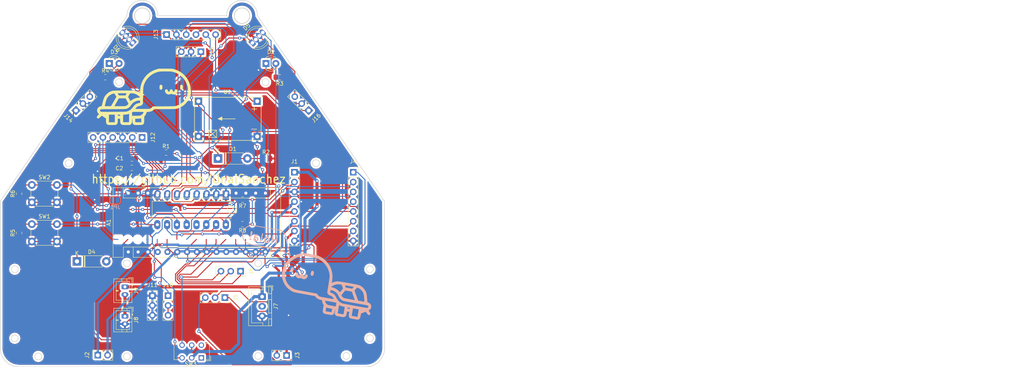
<source format=kicad_pcb>
(kicad_pcb (version 20171130) (host pcbnew "(5.0.0-3-g5ebb6b6)")
  (layers (0 F.Cu signal hide) (31 B.Cu signal hide) (34 B.Paste user) (35 F.Paste user hide) (36 B.SilkS user) (37 F.SilkS user) (38 B.Mask user) (39 F.Mask user) (44 Edge.Cuts user))
  (net 0 "")
  (net 1 BT_RX)
  (net 2 "Net-(A1-Pad17)")
  (net 3 BT_TX)
  (net 4 "Net-(A1-Pad18)")
  (net 5 "Net-(A1-Pad3)")
  (net 6 BAT)
  (net 7 GND)
  (net 8 A1)
  (net 9 NEO)
  (net 10 LINEA_1)
  (net 11 PWM_DER)
  (net 12 LINEA_2)
  (net 13 I2C_SDA)
  (net 14 LINEA_3)
  (net 15 I2C_SCL)
  (net 16 DIST_DCHA)
  (net 17 PWM_IZQ)
  (net 18 DIST_FRONT)
  (net 19 D7)
  (net 20 DIST_IZQ)
  (net 21 D8)
  (net 22 +5V)
  (net 23 D9)
  (net 24 "Net-(A1-Pad28)")
  (net 25 D10)
  (net 26 D11)
  (net 27 VCC)
  (net 28 LINEA_SEL)
  (net 29 D13)
  (net 30 "Net-(D2-Pad2)")
  (net 31 LED_R)
  (net 32 LED_G)
  (net 33 "Net-(D3-Pad2)")
  (net 34 "Net-(D4-Pad1)")
  (net 35 "Net-(D5-Pad1)")
  (net 36 "Net-(D6-Pad1)")
  (net 37 VBAT)
  (net 38 M_IXQ_+)
  (net 39 M_IXQ_-)
  (net 40 M_DER_-)
  (net 41 M_DER_+)
  (net 42 DIR_IZQ_2)
  (net 43 DIR_IZQ_1)
  (net 44 STBY_MOT)
  (net 45 DIR_DER_1)
  (net 46 DIR_DER_2)
  (net 47 "Net-(J7-Pad2)")
  (net 48 "Net-(J8-Pad1)")
  (net 49 "Net-(J12-Pad6)")
  (net 50 "Net-(J12-Pad1)")
  (net 51 VDD)
  (net 52 B1)
  (net 53 B2)
  (net 54 "Net-(SW3-Pad1)")
  (net 55 "Net-(SW3-Pad4)")
  (net 56 "Net-(U2-Pad13)")
  (module placaPrincipal:tortu (layer B.Cu) (at 188.4045 167.3479 170)
    (fp_text reference G*** hide)
    (fp_text value LOGO hide)
  )
  (module Module:Arduino_Nano (layer F.Cu) (at 136.7536 158.5849 90)
    (fp_text reference A1 (at 7.62 -5.08 90) (layer F.SilkS))
    (fp_text value Arduino_Nano_v3.x)
    (pad 1 thru_hole rect (at 0 0 90) (size 1.6 1.6) (drill 0.8) (layers *.Cu *.Mask) (net 1 BT_RX))
    (pad 17 thru_hole oval (at 15.24 33.02 90) (size 1.6 1.6) (drill 0.8) (layers *.Cu *.Mask) (net 2 "Net-(A1-Pad17)"))
    (pad 2 thru_hole oval (at 0 2.54 90) (size 1.6 1.6) (drill 0.8) (layers *.Cu *.Mask) (net 3 BT_TX))
    (pad 18 thru_hole oval (at 15.24 30.48 90) (size 1.6 1.6) (drill 0.8) (layers *.Cu *.Mask) (net 4 "Net-(A1-Pad18)"))
    (pad 3 thru_hole oval (at 0 5.08 90) (size 1.6 1.6) (drill 0.8) (layers *.Cu *.Mask) (net 5 "Net-(A1-Pad3)"))
    (pad 19 thru_hole oval (at 15.24 27.94 90) (size 1.6 1.6) (drill 0.8) (layers *.Cu *.Mask) (net 6 BAT))
    (pad 4 thru_hole oval (at 0 7.62 90) (size 1.6 1.6) (drill 0.8) (layers *.Cu *.Mask) (net 7 GND))
    (pad 20 thru_hole oval (at 15.24 25.4 90) (size 1.6 1.6) (drill 0.8) (layers *.Cu *.Mask) (net 8 A1))
    (pad 5 thru_hole oval (at 0 10.16 90) (size 1.6 1.6) (drill 0.8) (layers *.Cu *.Mask) (net 9 NEO))
    (pad 21 thru_hole oval (at 15.24 22.86 90) (size 1.6 1.6) (drill 0.8) (layers *.Cu *.Mask) (net 10 LINEA_1))
    (pad 6 thru_hole oval (at 0 12.7 90) (size 1.6 1.6) (drill 0.8) (layers *.Cu *.Mask) (net 11 PWM_DER))
    (pad 22 thru_hole oval (at 15.24 20.32 90) (size 1.6 1.6) (drill 0.8) (layers *.Cu *.Mask) (net 12 LINEA_2))
    (pad 7 thru_hole oval (at 0 15.24 90) (size 1.6 1.6) (drill 0.8) (layers *.Cu *.Mask) (net 13 I2C_SDA))
    (pad 23 thru_hole oval (at 15.24 17.78 90) (size 1.6 1.6) (drill 0.8) (layers *.Cu *.Mask) (net 14 LINEA_3))
    (pad 8 thru_hole oval (at 0 17.78 90) (size 1.6 1.6) (drill 0.8) (layers *.Cu *.Mask) (net 15 I2C_SCL))
    (pad 24 thru_hole oval (at 15.24 15.24 90) (size 1.6 1.6) (drill 0.8) (layers *.Cu *.Mask) (net 16 DIST_DCHA))
    (pad 9 thru_hole oval (at 0 20.32 90) (size 1.6 1.6) (drill 0.8) (layers *.Cu *.Mask) (net 17 PWM_IZQ))
    (pad 25 thru_hole oval (at 15.24 12.7 90) (size 1.6 1.6) (drill 0.8) (layers *.Cu *.Mask) (net 18 DIST_FRONT))
    (pad 10 thru_hole oval (at 0 22.86 90) (size 1.6 1.6) (drill 0.8) (layers *.Cu *.Mask) (net 19 D7))
    (pad 26 thru_hole oval (at 15.24 10.16 90) (size 1.6 1.6) (drill 0.8) (layers *.Cu *.Mask) (net 20 DIST_IZQ))
    (pad 11 thru_hole oval (at 0 25.4 90) (size 1.6 1.6) (drill 0.8) (layers *.Cu *.Mask) (net 21 D8))
    (pad 27 thru_hole oval (at 15.24 7.62 90) (size 1.6 1.6) (drill 0.8) (layers *.Cu *.Mask) (net 22 +5V))
    (pad 12 thru_hole oval (at 0 27.94 90) (size 1.6 1.6) (drill 0.8) (layers *.Cu *.Mask) (net 23 D9))
    (pad 28 thru_hole oval (at 15.24 5.08 90) (size 1.6 1.6) (drill 0.8) (layers *.Cu *.Mask) (net 24 "Net-(A1-Pad28)"))
    (pad 13 thru_hole oval (at 0 30.48 90) (size 1.6 1.6) (drill 0.8) (layers *.Cu *.Mask) (net 25 D10))
    (pad 29 thru_hole oval (at 15.24 2.54 90) (size 1.6 1.6) (drill 0.8) (layers *.Cu *.Mask) (net 7 GND))
    (pad 14 thru_hole oval (at 0 33.02 90) (size 1.6 1.6) (drill 0.8) (layers *.Cu *.Mask) (net 26 D11))
    (pad 30 thru_hole oval (at 15.24 0 90) (size 1.6 1.6) (drill 0.8) (layers *.Cu *.Mask) (net 27 VCC))
    (pad 15 thru_hole oval (at 0 35.56 90) (size 1.6 1.6) (drill 0.8) (layers *.Cu *.Mask) (net 28 LINEA_SEL))
    (pad 16 thru_hole oval (at 15.24 35.56 90) (size 1.6 1.6) (drill 0.8) (layers *.Cu *.Mask) (net 29 D13))
  )
  (module Capacitor_SMD:C_0805_2012Metric_Pad1.15x1.40mm_HandSolder (layer F.Cu) (at 137.668 134.366)
    (fp_text reference C1 (at -3.1115 -0.0635) (layer F.SilkS))
    (fp_text value C)
    (pad 2 smd roundrect (at 1.025 0) (size 1.15 1.4) (layers F.Cu F.Paste F.Mask) (roundrect_rratio 0.217391) (net 22 +5V))
    (pad 1 smd roundrect (at -1.025 0) (size 1.15 1.4) (layers F.Cu F.Paste F.Mask) (roundrect_rratio 0.217391) (net 7 GND))
  )
  (module Capacitor_SMD:C_0805_2012Metric_Pad1.15x1.40mm_HandSolder (layer F.Cu) (at 137.668 136.779)
    (fp_text reference C2 (at -3.2385 0.127) (layer F.SilkS))
    (fp_text value C)
    (pad 1 smd roundrect (at -1.025 0) (size 1.15 1.4) (layers F.Cu F.Paste F.Mask) (roundrect_rratio 0.217391) (net 7 GND))
    (pad 2 smd roundrect (at 1.025 0) (size 1.15 1.4) (layers F.Cu F.Paste F.Mask) (roundrect_rratio 0.217391) (net 22 +5V))
  )
  (module Diode_THT:D_DO-41_SOD81_P7.62mm_Horizontal (layer F.Cu) (at 160.02 134.366)
    (fp_text reference D1 (at 3.81 -2.47) (layer F.SilkS))
    (fp_text value D_Small)
    (fp_text user K (at 0 -2.1) (layer F.SilkS))
    (pad 1 thru_hole rect (at 0 0) (size 2.2 2.2) (drill 1.1) (layers *.Cu *.Mask) (net 22 +5V))
    (pad 2 thru_hole oval (at 7.62 0) (size 2.2 2.2) (drill 1.1) (layers *.Cu *.Mask) (net 6 BAT))
  )
  (module LED_THT:LED_D3.0mm (layer F.Cu) (at 172.466 109.728)
    (fp_text reference D2 (at 1.27 -2.96) (layer F.SilkS))
    (fp_text value LED)
    (pad 2 thru_hole circle (at 2.54 0) (size 1.8 1.8) (drill 0.9) (layers *.Cu *.Mask) (net 30 "Net-(D2-Pad2)"))
    (pad 1 thru_hole rect (at 0 0) (size 1.8 1.8) (drill 0.9) (layers *.Cu *.Mask) (net 31 LED_R))
  )
  (module LED_THT:LED_D3.0mm (layer F.Cu) (at 131.826 109.728)
    (fp_text reference D3 (at 1.27 -2.96) (layer F.SilkS))
    (fp_text value LED)
    (pad 1 thru_hole rect (at 0 0) (size 1.8 1.8) (drill 0.9) (layers *.Cu *.Mask) (net 32 LED_G))
    (pad 2 thru_hole circle (at 2.54 0) (size 1.8 1.8) (drill 0.9) (layers *.Cu *.Mask) (net 33 "Net-(D3-Pad2)"))
  )
  (module Diode_THT:D_DO-41_SOD81_P7.62mm_Horizontal (layer F.Cu) (at 123.444 161.036)
    (fp_text reference D4 (at 3.81 -2.47) (layer F.SilkS))
    (fp_text value D)
    (fp_text user K (at 0 -2.1) (layer F.SilkS))
    (pad 2 thru_hole oval (at 7.62 0) (size 2.2 2.2) (drill 1.1) (layers *.Cu *.Mask) (net 3 BT_TX))
    (pad 1 thru_hole rect (at 0 0) (size 2.2 2.2) (drill 1.1) (layers *.Cu *.Mask) (net 34 "Net-(D4-Pad1)"))
  )
  (module LED_THT:LED_D5.0mm-4_RGB (layer F.Cu) (at 168.91 104.394 45)
    (fp_text reference D5 (at 1.905 -3.96 45) (layer F.SilkS))
    (fp_text value NeoPixel_THT)
    (pad 4 thru_hole oval (at 3.81 0 45) (size 1.07 1.8) (drill 0.9) (layers *.Cu *.Mask) (net 9 NEO))
    (pad 3 thru_hole oval (at 2.54 0 45) (size 1.07 1.8) (drill 0.9) (layers *.Cu *.Mask) (net 22 +5V))
    (pad 2 thru_hole oval (at 1.270001 0 45) (size 1.07 1.8) (drill 0.9) (layers *.Cu *.Mask) (net 7 GND))
    (pad 1 thru_hole rect (at 0 0 45) (size 1.07 1.8) (drill 0.9) (layers *.Cu *.Mask) (net 35 "Net-(D5-Pad1)"))
  )
  (module LED_THT:LED_D5.0mm-4_RGB (layer F.Cu) (at 137.922 104.394 135)
    (fp_text reference D6 (at 1.905 -3.96 135) (layer F.SilkS))
    (fp_text value NeoPixel_THT)
    (pad 1 thru_hole rect (at 0 0 135) (size 1.07 1.8) (drill 0.9) (layers *.Cu *.Mask) (net 36 "Net-(D6-Pad1)"))
    (pad 2 thru_hole oval (at 1.270001 0 135) (size 1.07 1.8) (drill 0.9) (layers *.Cu *.Mask) (net 7 GND))
    (pad 3 thru_hole oval (at 2.54 0 135) (size 1.07 1.8) (drill 0.9) (layers *.Cu *.Mask) (net 22 +5V))
    (pad 4 thru_hole oval (at 3.81 0 135) (size 1.07 1.8) (drill 0.9) (layers *.Cu *.Mask) (net 35 "Net-(D5-Pad1)"))
  )
  (module Connector_PinSocket_2.54mm:PinSocket_1x08_P2.54mm_Vertical (layer F.Cu) (at 179.832 137.922)
    (fp_text reference J1 (at 0 -2.77) (layer F.SilkS))
    (fp_text value Conn_01x08)
    (pad 1 thru_hole rect (at 0 0) (size 1.7 1.7) (drill 1) (layers *.Cu *.Mask) (net 37 VBAT))
    (pad 2 thru_hole oval (at 0 2.54) (size 1.7 1.7) (drill 1) (layers *.Cu *.Mask) (net 22 +5V))
    (pad 3 thru_hole oval (at 0 5.08) (size 1.7 1.7) (drill 1) (layers *.Cu *.Mask) (net 7 GND))
    (pad 4 thru_hole oval (at 0 7.62) (size 1.7 1.7) (drill 1) (layers *.Cu *.Mask) (net 38 M_IXQ_+))
    (pad 5 thru_hole oval (at 0 10.16) (size 1.7 1.7) (drill 1) (layers *.Cu *.Mask) (net 39 M_IXQ_-))
    (pad 6 thru_hole oval (at 0 12.7) (size 1.7 1.7) (drill 1) (layers *.Cu *.Mask) (net 40 M_DER_-))
    (pad 7 thru_hole oval (at 0 15.24) (size 1.7 1.7) (drill 1) (layers *.Cu *.Mask) (net 41 M_DER_+))
    (pad 8 thru_hole oval (at 0 17.78) (size 1.7 1.7) (drill 1) (layers *.Cu *.Mask) (net 7 GND))
  )
  (module Connector_PinSocket_2.54mm:PinSocket_1x02_P2.54mm_Vertical (layer F.Cu) (at 128.8415 185.3565 90)
    (fp_text reference J2 (at 0 -2.77 90) (layer F.SilkS))
    (fp_text value Conn_01x02)
    (pad 2 thru_hole oval (at 0 2.54 90) (size 1.7 1.7) (drill 1) (layers *.Cu *.Mask) (net 38 M_IXQ_+))
    (pad 1 thru_hole rect (at 0 0 90) (size 1.7 1.7) (drill 1) (layers *.Cu *.Mask) (net 39 M_IXQ_-))
  )
  (module Connector_PinSocket_2.54mm:PinSocket_1x02_P2.54mm_Vertical (layer F.Cu) (at 177.8 185.42 270)
    (fp_text reference J3 (at 0 -2.77 270) (layer F.SilkS))
    (fp_text value Conn_01x02)
    (pad 1 thru_hole rect (at 0 0 270) (size 1.7 1.7) (drill 1) (layers *.Cu *.Mask) (net 40 M_DER_-))
    (pad 2 thru_hole oval (at 0 2.54 270) (size 1.7 1.7) (drill 1) (layers *.Cu *.Mask) (net 41 M_DER_+))
  )
  (module Connector_PinSocket_2.54mm:PinSocket_1x08_P2.54mm_Vertical (layer F.Cu) (at 195.072 137.922)
    (fp_text reference J4 (at 0 -2.77) (layer F.SilkS))
    (fp_text value Conn_01x08)
    (pad 8 thru_hole oval (at 0 17.78) (size 1.7 1.7) (drill 1) (layers *.Cu *.Mask) (net 7 GND))
    (pad 7 thru_hole oval (at 0 15.24) (size 1.7 1.7) (drill 1) (layers *.Cu *.Mask) (net 11 PWM_DER))
    (pad 6 thru_hole oval (at 0 12.7) (size 1.7 1.7) (drill 1) (layers *.Cu *.Mask) (net 46 DIR_DER_2))
    (pad 5 thru_hole oval (at 0 10.16) (size 1.7 1.7) (drill 1) (layers *.Cu *.Mask) (net 45 DIR_DER_1))
    (pad 4 thru_hole oval (at 0 7.62) (size 1.7 1.7) (drill 1) (layers *.Cu *.Mask) (net 44 STBY_MOT))
    (pad 3 thru_hole oval (at 0 5.08) (size 1.7 1.7) (drill 1) (layers *.Cu *.Mask) (net 43 DIR_IZQ_1))
    (pad 2 thru_hole oval (at 0 2.54) (size 1.7 1.7) (drill 1) (layers *.Cu *.Mask) (net 42 DIR_IZQ_2))
    (pad 1 thru_hole rect (at 0 0) (size 1.7 1.7) (drill 1) (layers *.Cu *.Mask) (net 17 PWM_IZQ))
  )
  (module Connector_PinSocket_2.54mm:PinSocket_1x03_P2.54mm_Vertical (layer F.Cu) (at 161.798 170.434 270)
    (fp_text reference J5 (at 0 -2.77 270) (layer F.SilkS))
    (fp_text value Conn_01x03)
    (pad 1 thru_hole rect (at 0 0 270) (size 1.7 1.7) (drill 1) (layers *.Cu *.Mask) (net 25 D10))
    (pad 2 thru_hole oval (at 0 2.54 270) (size 1.7 1.7) (drill 1) (layers *.Cu *.Mask) (net 26 D11))
    (pad 3 thru_hole oval (at 0 5.08 270) (size 1.7 1.7) (drill 1) (layers *.Cu *.Mask) (net 29 D13))
  )
  (module Connector_PinSocket_2.54mm:PinSocket_1x03_P2.54mm_Vertical (layer F.Cu) (at 165.862 163.576 270)
    (fp_text reference J6 (at 0 -2.77 270) (layer F.SilkS))
    (fp_text value Conn_01x03)
    (pad 3 thru_hole oval (at 0 5.08 270) (size 1.7 1.7) (drill 1) (layers *.Cu *.Mask) (net 23 D9))
    (pad 2 thru_hole oval (at 0 2.54 270) (size 1.7 1.7) (drill 1) (layers *.Cu *.Mask) (net 21 D8))
    (pad 1 thru_hole rect (at 0 0 270) (size 1.7 1.7) (drill 1) (layers *.Cu *.Mask) (net 19 D7))
  )
  (module Connector_JST:JST_XH_B03B-XH-A_1x03_P2.50mm_Vertical (layer F.Cu) (at 171.45 170.18 270)
    (fp_text reference J7 (at 2.5 -3.55 270) (layer F.SilkS))
    (fp_text value Conn_01x03)
    (pad 1 thru_hole roundrect (at 0 0 270) (size 1.7 1.95) (drill 0.95) (layers *.Cu *.Mask) (roundrect_rratio 0.147059) (net 37 VBAT))
    (pad 2 thru_hole oval (at 2.5 0 270) (size 1.7 1.95) (drill 0.95) (layers *.Cu *.Mask) (net 47 "Net-(J7-Pad2)"))
    (pad 3 thru_hole oval (at 5 0 270) (size 1.7 1.95) (drill 0.95) (layers *.Cu *.Mask) (net 7 GND))
  )
  (module Connector_JST:JST_PH_B2B-PH-K_1x02_P2.00mm_Vertical (layer F.Cu) (at 135.89 175.259999 270)
    (fp_text reference J8 (at 1 -2.9 270) (layer F.SilkS))
    (fp_text value Conn_01x02)
    (pad 2 thru_hole oval (at 2 0 270) (size 1.2 1.75) (drill 0.75) (layers *.Cu *.Mask) (net 7 GND))
    (pad 1 thru_hole roundrect (at 0 0 270) (size 1.2 1.75) (drill 0.75) (layers *.Cu *.Mask) (roundrect_rratio 0.208333) (net 48 "Net-(J8-Pad1)"))
  )
  (module Connector_JST:JST_PH_B2B-PH-K_1x02_P2.00mm_Vertical (layer F.Cu) (at 135.89 167.64 270)
    (fp_text reference J9 (at 1 -2.9 270) (layer F.SilkS))
    (fp_text value Conn_01x02)
    (pad 1 thru_hole roundrect (at 0 0 270) (size 1.2 1.75) (drill 0.75) (layers *.Cu *.Mask) (roundrect_rratio 0.208333) (net 37 VBAT))
    (pad 2 thru_hole oval (at 2 0 270) (size 1.2 1.75) (drill 0.75) (layers *.Cu *.Mask) (net 48 "Net-(J8-Pad1)"))
  )
  (module Connector_PinSocket_2.54mm:PinSocket_1x03_P2.54mm_Vertical (layer F.Cu) (at 147.066 169.926)
    (fp_text reference J10 (at 0 -2.77) (layer F.SilkS))
    (fp_text value Conn_01x03)
    (pad 3 thru_hole oval (at 0 5.08) (size 1.7 1.7) (drill 1) (layers *.Cu *.Mask) (net 22 +5V))
    (pad 2 thru_hole oval (at 0 2.54) (size 1.7 1.7) (drill 1) (layers *.Cu *.Mask) (net 22 +5V))
    (pad 1 thru_hole rect (at 0 0) (size 1.7 1.7) (drill 1) (layers *.Cu *.Mask) (net 8 A1))
  )
  (module Connector_PinSocket_2.54mm:PinSocket_1x03_P2.54mm_Vertical (layer F.Cu) (at 143.002 169.926)
    (fp_text reference J11 (at 0 -2.77) (layer F.SilkS))
    (fp_text value Conn_01x03)
    (pad 1 thru_hole rect (at 0 0) (size 1.7 1.7) (drill 1) (layers *.Cu *.Mask) (net 7 GND))
    (pad 2 thru_hole oval (at 0 2.54) (size 1.7 1.7) (drill 1) (layers *.Cu *.Mask) (net 7 GND))
    (pad 3 thru_hole oval (at 0 5.08) (size 1.7 1.7) (drill 1) (layers *.Cu *.Mask) (net 7 GND))
  )
  (module Connector_PinSocket_2.54mm:PinSocket_1x06_P2.54mm_Vertical (layer F.Cu) (at 140.335 128.905 270)
    (fp_text reference J12 (at 0 -2.77 270) (layer F.SilkS))
    (fp_text value Conn_01x06)
    (pad 1 thru_hole rect (at 0 0 270) (size 1.7 1.7) (drill 1) (layers *.Cu *.Mask) (net 50 "Net-(J12-Pad1)"))
    (pad 2 thru_hole oval (at 0 2.54 270) (size 1.7 1.7) (drill 1) (layers *.Cu *.Mask) (net 22 +5V))
    (pad 3 thru_hole oval (at 0 5.08 270) (size 1.7 1.7) (drill 1) (layers *.Cu *.Mask) (net 7 GND))
    (pad 4 thru_hole oval (at 0 7.62 270) (size 1.7 1.7) (drill 1) (layers *.Cu *.Mask) (net 34 "Net-(D4-Pad1)"))
    (pad 5 thru_hole oval (at 0 10.16 270) (size 1.7 1.7) (drill 1) (layers *.Cu *.Mask) (net 1 BT_RX))
    (pad 6 thru_hole oval (at 0 12.7 270) (size 1.7 1.7) (drill 1) (layers *.Cu *.Mask) (net 49 "Net-(J12-Pad6)"))
  )
  (module Connector_PinSocket_2.54mm:PinSocket_1x06_P2.54mm_Vertical (layer F.Cu) (at 146.685 102.235 90)
    (fp_text reference J13 (at 0 -2.77 90) (layer F.SilkS))
    (fp_text value Conn_01x06)
    (pad 6 thru_hole oval (at 0 12.7 90) (size 1.7 1.7) (drill 1) (layers *.Cu *.Mask) (net 28 LINEA_SEL))
    (pad 5 thru_hole oval (at 0 10.16 90) (size 1.7 1.7) (drill 1) (layers *.Cu *.Mask) (net 14 LINEA_3))
    (pad 4 thru_hole oval (at 0 7.62 90) (size 1.7 1.7) (drill 1) (layers *.Cu *.Mask) (net 12 LINEA_2))
    (pad 3 thru_hole oval (at 0 5.08 90) (size 1.7 1.7) (drill 1) (layers *.Cu *.Mask) (net 10 LINEA_1))
    (pad 2 thru_hole oval (at 0 2.54 90) (size 1.7 1.7) (drill 1) (layers *.Cu *.Mask) (net 7 GND))
    (pad 1 thru_hole rect (at 0 0 90) (size 1.7 1.7) (drill 1) (layers *.Cu *.Mask) (net 22 +5V))
  )
  (module Connector_PinSocket_2.54mm:PinSocket_1x03_P2.54mm_Vertical (layer F.Cu) (at 123.19 121.92 135)
    (fp_text reference J14 (at 0 -2.77 135) (layer F.SilkS))
    (fp_text value Conn_01x03)
    (pad 1 thru_hole rect (at 0 0 135) (size 1.7 1.7) (drill 1) (layers *.Cu *.Mask) (net 20 DIST_IZQ))
    (pad 2 thru_hole oval (at 0 2.54 135) (size 1.7 1.7) (drill 1) (layers *.Cu *.Mask) (net 7 GND))
    (pad 3 thru_hole oval (at 0 5.079999 135) (size 1.7 1.7) (drill 1) (layers *.Cu *.Mask) (net 22 +5V))
  )
  (module Connector_PinSocket_2.54mm:PinSocket_1x03_P2.54mm_Vertical (layer F.Cu) (at 155.575 106.68 270)
    (fp_text reference J15 (at 0 -2.77 270) (layer F.SilkS))
    (fp_text value Conn_01x03)
    (pad 3 thru_hole oval (at 0 5.08 270) (size 1.7 1.7) (drill 1) (layers *.Cu *.Mask) (net 22 +5V))
    (pad 2 thru_hole oval (at 0 2.54 270) (size 1.7 1.7) (drill 1) (layers *.Cu *.Mask) (net 7 GND))
    (pad 1 thru_hole rect (at 0 0 270) (size 1.7 1.7) (drill 1) (layers *.Cu *.Mask) (net 18 DIST_FRONT))
  )
  (module Connector_PinSocket_2.54mm:PinSocket_1x03_P2.54mm_Vertical (layer F.Cu) (at 183.515 121.92 225)
    (fp_text reference J16 (at 0 -2.77 225) (layer F.SilkS))
    (fp_text value Conn_01x03)
    (pad 1 thru_hole rect (at 0 0 225) (size 1.7 1.7) (drill 1) (layers *.Cu *.Mask) (net 16 DIST_DCHA))
    (pad 2 thru_hole oval (at 0 2.54 225) (size 1.7 1.7) (drill 1) (layers *.Cu *.Mask) (net 7 GND))
    (pad 3 thru_hole oval (at 0 5.079999 225) (size 1.7 1.7) (drill 1) (layers *.Cu *.Mask) (net 22 +5V))
  )
  (module Jumper:SolderJumper-2_P1.3mm_Open_RoundedPad1.0x1.5mm (layer B.Cu) (at 133.35 145.161)
    (fp_text reference JP1 (at 0 1.8) (layer B.SilkS) (effects (justify mirror)))
    (fp_text value Jumper_NO_Small)
    (pad 1 smd custom (at -0.65 0) (size 1 0.5) (layers B.Cu B.Mask) (net 51 VDD) (options (clearance outline) (anchor rect)) (primitives (gr_circle (center 0 -0.25) (end 0.5 -0.25) (width 0)) (gr_circle (center 0 0.25) (end 0.5 0.25) (width 0)) (gr_poly (pts (xy 0 0.75) (xy 0.5 0.75) (xy 0.5 -0.75) (xy 0 -0.75)) (width 0))))
    (pad 2 smd custom (at 0.65 0) (size 1 0.5) (layers B.Cu B.Mask) (net 27 VCC) (options (clearance outline) (anchor rect)) (primitives (gr_circle (center 0 -0.25) (end 0.5 -0.25) (width 0)) (gr_circle (center 0 0.25) (end 0.5 0.25) (width 0)) (gr_poly (pts (xy 0 0.75) (xy -0.5 0.75) (xy -0.5 -0.75) (xy 0 -0.75)) (width 0))))
  )
  (module Resistor_SMD:R_0805_2012Metric_Pad1.15x1.40mm_HandSolder (layer F.Cu) (at 146.558 132.842)
    (fp_text reference R1 (at 0 -1.65) (layer F.SilkS))
    (fp_text value R_Small)
    (pad 1 smd roundrect (at -1.025 0) (size 1.15 1.4) (layers F.Cu F.Paste F.Mask) (roundrect_rratio 0.217391) (net 51 VDD))
    (pad 2 smd roundrect (at 1.025 0) (size 1.15 1.4) (layers F.Cu F.Paste F.Mask) (roundrect_rratio 0.217391) (net 6 BAT))
  )
  (module Resistor_SMD:R_0805_2012Metric_Pad1.15x1.40mm_HandSolder (layer F.Cu) (at 172.466 134.366)
    (fp_text reference R2 (at 0 -1.65) (layer F.SilkS))
    (fp_text value R_Small)
    (pad 2 smd roundrect (at 1.025 0) (size 1.15 1.4) (layers F.Cu F.Paste F.Mask) (roundrect_rratio 0.217391) (net 7 GND))
    (pad 1 smd roundrect (at -1.025 0) (size 1.15 1.4) (layers F.Cu F.Paste F.Mask) (roundrect_rratio 0.217391) (net 6 BAT))
  )
  (module Resistor_SMD:R_0805_2012Metric_Pad1.15x1.40mm_HandSolder (layer F.Cu) (at 176.022 113.284 180)
    (fp_text reference R3 (at 0 -1.65 180) (layer F.SilkS))
    (fp_text value R)
    (pad 2 smd roundrect (at 1.025 0 180) (size 1.15 1.4) (layers F.Cu F.Paste F.Mask) (roundrect_rratio 0.217391) (net 30 "Net-(D2-Pad2)"))
    (pad 1 smd roundrect (at -1.025 0 180) (size 1.15 1.4) (layers F.Cu F.Paste F.Mask) (roundrect_rratio 0.217391) (net 22 +5V))
  )
  (module Resistor_SMD:R_0805_2012Metric_Pad1.15x1.40mm_HandSolder (layer F.Cu) (at 130.81 113.284)
    (fp_text reference R4 (at 0 -1.65) (layer F.SilkS))
    (fp_text value R)
    (pad 1 smd roundrect (at -1.025 0) (size 1.15 1.4) (layers F.Cu F.Paste F.Mask) (roundrect_rratio 0.217391) (net 22 +5V))
    (pad 2 smd roundrect (at 1.025 0) (size 1.15 1.4) (layers F.Cu F.Paste F.Mask) (roundrect_rratio 0.217391) (net 33 "Net-(D3-Pad2)"))
  )
  (module Resistor_SMD:R_0805_2012Metric_Pad1.15x1.40mm_HandSolder (layer F.Cu) (at 108.458 153.67 90)
    (fp_text reference R5 (at 0 -1.65 90) (layer F.SilkS))
    (fp_text value R)
    (pad 2 smd roundrect (at 1.025 0 90) (size 1.15 1.4) (layers F.Cu F.Paste F.Mask) (roundrect_rratio 0.217391) (net 52 B1))
    (pad 1 smd roundrect (at -1.025 0 90) (size 1.15 1.4) (layers F.Cu F.Paste F.Mask) (roundrect_rratio 0.217391) (net 22 +5V))
  )
  (module Resistor_SMD:R_0805_2012Metric_Pad1.15x1.40mm_HandSolder (layer F.Cu) (at 108.458 143.51 90)
    (fp_text reference R6 (at 0 -1.65 90) (layer F.SilkS))
    (fp_text value R)
    (pad 1 smd roundrect (at -1.025 0 90) (size 1.15 1.4) (layers F.Cu F.Paste F.Mask) (roundrect_rratio 0.217391) (net 22 +5V))
    (pad 2 smd roundrect (at 1.025 0 90) (size 1.15 1.4) (layers F.Cu F.Paste F.Mask) (roundrect_rratio 0.217391) (net 53 B2))
  )
  (module Resistor_SMD:R_0805_2012Metric_Pad1.15x1.40mm_HandSolder (layer F.Cu) (at 166.37 145.034 180)
    (fp_text reference R7 (at 0 -1.65 180) (layer F.SilkS))
    (fp_text value R)
    (pad 2 smd roundrect (at 1.025 0 180) (size 1.15 1.4) (layers F.Cu F.Paste F.Mask) (roundrect_rratio 0.217391) (net 15 I2C_SCL))
    (pad 1 smd roundrect (at -1.025 0 180) (size 1.15 1.4) (layers F.Cu F.Paste F.Mask) (roundrect_rratio 0.217391) (net 22 +5V))
  )
  (module Resistor_SMD:R_0805_2012Metric_Pad1.15x1.40mm_HandSolder (layer F.Cu) (at 166.37 151.384 180)
    (fp_text reference R8 (at 0 -1.65 180) (layer F.SilkS))
    (fp_text value R)
    (pad 1 smd roundrect (at -1.025 0 180) (size 1.15 1.4) (layers F.Cu F.Paste F.Mask) (roundrect_rratio 0.217391) (net 22 +5V))
    (pad 2 smd roundrect (at 1.025 0 180) (size 1.15 1.4) (layers F.Cu F.Paste F.Mask) (roundrect_rratio 0.217391) (net 13 I2C_SDA))
  )
  (module Button_Switch_THT:SW_PUSH_6mm (layer F.Cu) (at 111.76 151.384)
    (fp_text reference SW1 (at 3.25 -2) (layer F.SilkS))
    (fp_text value SW_Push)
    (pad 1 thru_hole circle (at 6.5 0 90) (size 2 2) (drill 1.1) (layers *.Cu *.Mask) (net 52 B1))
    (pad 2 thru_hole circle (at 6.5 4.5 90) (size 2 2) (drill 1.1) (layers *.Cu *.Mask) (net 7 GND))
    (pad 1 thru_hole circle (at 0 0 90) (size 2 2) (drill 1.1) (layers *.Cu *.Mask) (net 52 B1))
    (pad 2 thru_hole circle (at 0 4.5 90) (size 2 2) (drill 1.1) (layers *.Cu *.Mask) (net 7 GND))
  )
  (module Button_Switch_THT:SW_PUSH_6mm (layer F.Cu) (at 111.76 141.224)
    (fp_text reference SW2 (at 3.25 -2) (layer F.SilkS))
    (fp_text value SW_Push)
    (pad 2 thru_hole circle (at 0 4.5 90) (size 2 2) (drill 1.1) (layers *.Cu *.Mask) (net 7 GND))
    (pad 1 thru_hole circle (at 0 0 90) (size 2 2) (drill 1.1) (layers *.Cu *.Mask) (net 53 B2))
    (pad 2 thru_hole circle (at 6.5 4.5 90) (size 2 2) (drill 1.1) (layers *.Cu *.Mask) (net 7 GND))
    (pad 1 thru_hole circle (at 6.5 0 90) (size 2 2) (drill 1.1) (layers *.Cu *.Mask) (net 53 B2))
  )
  (module Button_Switch_THT:SW_CuK_JS202011CQN_DPDT_Straight (layer F.Cu) (at 155.702 186.055 180)
    (fp_text reference SW3 (at 2.75 -1.6 180) (layer F.SilkS))
    (fp_text value SW_DPDT_x2)
    (pad 1 thru_hole rect (at 0 0 180) (size 1.4 1.4) (drill 0.9) (layers *.Cu *.Mask) (net 54 "Net-(SW3-Pad1)"))
    (pad 2 thru_hole circle (at 2.5 0 180) (size 1.4 1.4) (drill 0.9) (layers *.Cu *.Mask) (net 37 VBAT))
    (pad 3 thru_hole circle (at 5 0 180) (size 1.4 1.4) (drill 0.9) (layers *.Cu *.Mask) (net 51 VDD))
    (pad 4 thru_hole circle (at 0 3.3 180) (size 1.4 1.4) (drill 0.9) (layers *.Cu *.Mask) (net 55 "Net-(SW3-Pad4)"))
    (pad 5 thru_hole circle (at 2.5 3.3 180) (size 1.4 1.4) (drill 0.9) (layers *.Cu *.Mask) (net 22 +5V))
    (pad 6 thru_hole circle (at 5 3.3 180) (size 1.4 1.4) (drill 0.9) (layers *.Cu *.Mask) (net 44 STBY_MOT))
  )
  (module placaPrincipal:DC-DC-MP2307 (layer F.Cu) (at 162.433 124.079 180)
    (fp_text reference U1 (at 0 6.985 180) (layer F.SilkS))
    (fp_text value DC-DC_BuckModule)
    (pad 4 thru_hole rect (at 7.493 -4.572 180) (size 1.9 1.9) (drill 1.04) (layers *.Cu *.Mask) (net 7 GND))
    (pad 3 thru_hole rect (at 7.493 4.572 180) (size 1.9 1.9) (drill 1.04) (layers *.Cu *.Mask) (net 22 +5V))
    (pad 2 thru_hole rect (at -7.747 -4.572 180) (size 1.9 1.9) (drill 1.04) (layers *.Cu *.Mask) (net 7 GND))
    (pad 1 thru_hole rect (at -7.747 4.572 180) (size 1.9 1.9) (drill 1.02) (layers *.Cu *.Mask) (net 51 VDD))
  )
  (module Package_DIP:DIP-16_W7.62mm_LongPads (layer F.Cu) (at 162.052 143.891 270)
    (fp_text reference U2 (at 3.81 -2.33 270) (layer F.SilkS))
    (fp_text value PCF8574)
    (pad 1 thru_hole rect (at 0 0 270) (size 2.4 1.6) (drill 0.8) (layers *.Cu *.Mask) (net 7 GND))
    (pad 9 thru_hole oval (at 7.62 17.78 270) (size 2.4 1.6) (drill 0.8) (layers *.Cu *.Mask) (net 45 DIR_DER_1))
    (pad 2 thru_hole oval (at 0 2.54 270) (size 2.4 1.6) (drill 0.8) (layers *.Cu *.Mask) (net 7 GND))
    (pad 10 thru_hole oval (at 7.62 15.24 270) (size 2.4 1.6) (drill 0.8) (layers *.Cu *.Mask) (net 46 DIR_DER_2))
    (pad 3 thru_hole oval (at 0 5.08 270) (size 2.4 1.6) (drill 0.8) (layers *.Cu *.Mask) (net 7 GND))
    (pad 11 thru_hole oval (at 7.62 12.7 270) (size 2.4 1.6) (drill 0.8) (layers *.Cu *.Mask) (net 52 B1))
    (pad 4 thru_hole oval (at 0 7.62 270) (size 2.4 1.6) (drill 0.8) (layers *.Cu *.Mask) (net 32 LED_G))
    (pad 12 thru_hole oval (at 7.62 10.16 270) (size 2.4 1.6) (drill 0.8) (layers *.Cu *.Mask) (net 53 B2))
    (pad 5 thru_hole oval (at 0 10.16 270) (size 2.4 1.6) (drill 0.8) (layers *.Cu *.Mask) (net 31 LED_R))
    (pad 13 thru_hole oval (at 7.62 7.62 270) (size 2.4 1.6) (drill 0.8) (layers *.Cu *.Mask) (net 56 "Net-(U2-Pad13)"))
    (pad 6 thru_hole oval (at 0 12.7 270) (size 2.4 1.6) (drill 0.8) (layers *.Cu *.Mask) (net 43 DIR_IZQ_1))
    (pad 14 thru_hole oval (at 7.62 5.08 270) (size 2.4 1.6) (drill 0.8) (layers *.Cu *.Mask) (net 15 I2C_SCL))
    (pad 7 thru_hole oval (at 0 15.24 270) (size 2.4 1.6) (drill 0.8) (layers *.Cu *.Mask) (net 42 DIR_IZQ_2))
    (pad 15 thru_hole oval (at 7.62 2.54 270) (size 2.4 1.6) (drill 0.8) (layers *.Cu *.Mask) (net 13 I2C_SDA))
    (pad 8 thru_hole oval (at 0 17.78 270) (size 2.4 1.6) (drill 0.8) (layers *.Cu *.Mask) (net 7 GND))
    (pad 16 thru_hole oval (at 7.62 0 270) (size 2.4 1.6) (drill 0.8) (layers *.Cu *.Mask) (net 22 +5V))
  )
  (module placaPrincipal:tortu (layer F.Cu) (at 140.7795 118.364)
    (fp_text reference G*** hide)
    (fp_text value LOGO hide)
  )
  (gr_arc (start 168.812695 154.179484) (end 169.261134 151.782551) (angle -179.687429) (layer B.SilkS) (width 0.2))
  (gr_line (start 175.681101 152.888589) (end 169.264986 151.757255) (layer B.SilkS) (width 0.2))
  (gr_line (start 175.963576 157.942016) (end 168.359287 156.601173) (layer B.SilkS) (width 0.2))
  (gr_arc (start 175.825398 158.871944) (end 176.406489 158.136179) (angle -28.30075577) (layer B.SilkS) (width 0.2))
  (gr_line (start 178.73147 159.577805) (end 176.406488 158.136179) (layer B.SilkS) (width 0.2))
  (gr_line (start 177.505837 154.461249) (end 178.73147 159.577805) (layer B.SilkS) (width 0.2))
  (gr_arc (start 175.48643 154.943398) (end 177.505835 154.461245) (angle -70.14764157) (layer B.SilkS) (width 0.2))
  (gr_text Hola! (at 171.883762 155.043223 350) (layer B.SilkS) (effects (font (size 2 2) (thickness 0.3)) (justify mirror)))
  (gr_text https://github.com/UnaiSanchez (at 152.4 139.7) (layer F.SilkS) (effects (font (size 2.25 2) (thickness 0.3))))
  (gr_circle (center 140.3985 97.3455) (end 142.3985 97.3455) (layer Edge.Cuts) (width 0.2))
  (gr_circle (center 166.243 97.3455) (end 168.243 97.3455) (layer Edge.Cuts) (width 0.2))
  (gr_line (start 103.5685 145.415) (end 136.398 97.3455) (layer Edge.Cuts) (width 0.15))
  (gr_line (start 103.5685 183.515) (end 103.5685 145.415) (layer Edge.Cuts) (width 0.15))
  (gr_arc (start 108.458 183.515) (end 103.5685 183.515) (angle -90) (layer Edge.Cuts) (width 0.15))
  (gr_line (start 198.3105 188.4045) (end 108.458 188.4045) (layer Edge.Cuts) (width 0.15))
  (gr_arc (start 198.3105 183.515) (end 198.3105 188.4045) (angle -90) (layer Edge.Cuts) (width 0.15))
  (gr_line (start 203.1365 145.415) (end 203.2 183.515) (layer Edge.Cuts) (width 0.15))
  (gr_line (start 170.2435 97.3455) (end 203.1365 145.415) (layer Edge.Cuts) (width 0.15))
  (gr_arc (start 166.243 97.3455) (end 170.2435 97.3455) (angle -180) (layer Edge.Cuts) (width 0.15))
  (gr_arc (start 140.3985 97.3455) (end 144.399 97.3455) (angle -180) (layer Edge.Cuts) (width 0.15))
  (gr_line (start 162.2425 97.3455) (end 144.399 97.3455) (layer Edge.Cuts) (width 0.15))
  (gr_circle (center 134.366 114.554) (end 133.477 114.554) (layer Edge.Cuts) (width 0.15))
  (gr_circle (center 172.339 114.554) (end 171.45 114.554) (layer Edge.Cuts) (width 0.15))
  (gr_circle (center 185.42 135.5725) (end 184.531 135.5725) (layer Edge.Cuts) (width 0.15))
  (gr_circle (center 121.285 135.5725) (end 120.396 135.5725) (layer Edge.Cuts) (width 0.15))
  (gr_circle (center 136.398 161.544) (end 137.287 161.544) (layer Edge.Cuts) (width 0.15))
  (gr_circle (center 170.434 161.544) (end 171.323 161.544) (layer Edge.Cuts) (width 0.15))
  (gr_circle (center 170.434 185.547) (end 171.323 185.547) (layer Edge.Cuts) (width 0.15))
  (gr_circle (center 136.398 185.674) (end 137.287 185.674) (layer Edge.Cuts) (width 0.15))
  (gr_circle (center 193.294 185.547) (end 192.405 185.547) (layer Edge.Cuts) (width 0.15))
  (gr_circle (center 199.39 180.975) (end 199.39 181.864) (layer Edge.Cuts) (width 0.15))
  (gr_circle (center 199.39 163.068) (end 200.279 163.068) (layer Edge.Cuts) (width 0.15))
  (gr_circle (center 107.315 163.068) (end 106.426 162.941) (layer Edge.Cuts) (width 0.15))
  (gr_circle (center 113.411 185.674) (end 114.3 185.801) (layer Edge.Cuts) (width 0.15))
  (gr_circle (center 107.315 180.975) (end 108.204 180.975) (layer Edge.Cuts) (width 0.15))
  (segment (start 133.062 155.321) (end 134.112 155.321) (width 0.25) (layer B.Cu) (net 1))
  (segment (start 130.175 152.434) (end 133.062 155.321) (width 0.25) (layer B.Cu) (net 1))
  (segment (start 130.175 128.905) (end 130.175 152.434) (width 0.25) (layer B.Cu) (net 1))
  (segment (start 131.064 160.909) (end 131.064 161.036) (width 0.25) (layer F.Cu) (net 3))
  (segment (start 136.652 155.321) (end 131.064 160.909) (width 0.25) (layer F.Cu) (net 3))
  (segment (start 167.64 134.366) (end 165.1 134.366) (width 0.25) (layer F.Cu) (net 6))
  (segment (start 162.052 137.414) (end 162.052 140.081) (width 0.25) (layer F.Cu) (net 6))
  (segment (start 165.1 134.366) (end 162.052 137.414) (width 0.25) (layer F.Cu) (net 6))
  (segment (start 171.441 134.366) (end 167.64 134.366) (width 0.25) (layer F.Cu) (net 6))
  (via (at 154.173347 134.107347) (size 0.8) (drill 0.4) (layers F.Cu B.Cu) (net 6))
  (segment (start 154.173347 134.164349) (end 154.173347 134.107347) (width 0.25) (layer F.Cu) (net 6))
  (segment (start 162.052 137.414) (end 157.422998 137.414) (width 0.25) (layer F.Cu) (net 6))
  (segment (start 157.422998 137.414) (end 154.173347 134.164349) (width 0.25) (layer F.Cu) (net 6))
  (via (at 149.352 133.096) (size 0.8) (drill 0.4) (layers F.Cu B.Cu) (net 6))
  (segment (start 154.173347 134.107347) (end 150.363347 134.107347) (width 0.25) (layer B.Cu) (net 6))
  (segment (start 150.363347 134.107347) (end 149.352 133.096) (width 0.25) (layer B.Cu) (net 6))
  (segment (start 147.837 133.096) (end 147.583 132.842) (width 0.25) (layer F.Cu) (net 6))
  (segment (start 149.352 133.096) (end 147.837 133.096) (width 0.25) (layer F.Cu) (net 6))
  (segment (start 111.76 155.884) (end 118.26 155.884) (width 0.25) (layer F.Cu) (net 7))
  (segment (start 111.76 145.724) (end 118.26 145.724) (width 0.25) (layer F.Cu) (net 7))
  (segment (start 118.26 145.724) (end 120.11 147.574) (width 0.25) (layer F.Cu) (net 7))
  (segment (start 120.11 154.034) (end 118.26 155.884) (width 0.25) (layer F.Cu) (net 7))
  (segment (start 120.11 147.574) (end 120.11 154.034) (width 0.25) (layer F.Cu) (net 7))
  (segment (start 170.18 128.651) (end 154.94 128.651) (width 0.25) (layer F.Cu) (net 7))
  (segment (start 156.972 143.891) (end 159.512 143.891) (width 0.25) (layer F.Cu) (net 7))
  (segment (start 162.052 143.891) (end 159.512 143.891) (width 0.25) (layer F.Cu) (net 7))
  (segment (start 156.972 145.341) (end 156.136 146.177) (width 0.25) (layer F.Cu) (net 7))
  (segment (start 156.972 143.891) (end 156.972 145.341) (width 0.25) (layer F.Cu) (net 7))
  (segment (start 144.272 144.291) (end 144.272 143.891) (width 0.25) (layer F.Cu) (net 7))
  (segment (start 146.158 146.177) (end 144.272 144.291) (width 0.25) (layer F.Cu) (net 7))
  (segment (start 156.136 146.177) (end 146.158 146.177) (width 0.25) (layer F.Cu) (net 7))
  (segment (start 143.222 143.891) (end 144.272 143.891) (width 0.25) (layer F.Cu) (net 7))
  (segment (start 139.33063 143.891) (end 143.222 143.891) (width 0.25) (layer F.Cu) (net 7))
  (segment (start 136.652 141.21237) (end 139.33063 143.891) (width 0.25) (layer F.Cu) (net 7))
  (segment (start 136.652 140.081) (end 136.652 141.21237) (width 0.25) (layer F.Cu) (net 7))
  (segment (start 136.652 136.788) (end 136.643 136.779) (width 0.25) (layer F.Cu) (net 7))
  (segment (start 136.652 140.081) (end 136.652 136.788) (width 0.25) (layer F.Cu) (net 7))
  (segment (start 136.643 136.779) (end 136.643 134.366) (width 0.25) (layer F.Cu) (net 7))
  (segment (start 137.015 177.259999) (end 135.89 177.259999) (width 0.25) (layer F.Cu) (net 7))
  (segment (start 170.72 177.26) (end 137.015 177.259999) (width 0.25) (layer F.Cu) (net 7))
  (segment (start 171.45 175.18) (end 171.45 176.53) (width 0.25) (layer F.Cu) (net 7))
  (segment (start 171.45 176.53) (end 170.72 177.26) (width 0.25) (layer F.Cu) (net 7))
  (segment (start 153.035 106.045) (end 153.035 106.68) (width 0.25) (layer F.Cu) (net 7))
  (segment (start 149.225 102.235) (end 153.035 106.045) (width 0.25) (layer F.Cu) (net 7))
  (segment (start 137.023974 103.495974) (end 140.189948 100.33) (width 0.25) (layer F.Cu) (net 7))
  (segment (start 147.32 100.33) (end 149.225 102.235) (width 0.25) (layer F.Cu) (net 7))
  (segment (start 140.189948 100.33) (end 147.32 100.33) (width 0.25) (layer F.Cu) (net 7))
  (segment (start 170.515132 104.20308) (end 170.515132 111.424868) (width 0.25) (layer B.Cu) (net 7))
  (segment (start 169.808026 103.495974) (end 170.515132 104.20308) (width 0.25) (layer B.Cu) (net 7))
  (via (at 150.876 116.586) (size 0.8) (drill 0.4) (layers F.Cu B.Cu) (net 7))
  (segment (start 150.876 108.839) (end 153.035 106.68) (width 0.25) (layer B.Cu) (net 7))
  (segment (start 150.876 116.586) (end 150.876 108.839) (width 0.25) (layer B.Cu) (net 7))
  (via (at 133.604 134.366) (size 0.8) (drill 0.4) (layers F.Cu B.Cu) (net 7))
  (segment (start 136.643 134.366) (end 133.604 134.366) (width 0.25) (layer F.Cu) (net 7))
  (segment (start 135.255 132.715) (end 135.255 128.905) (width 0.25) (layer B.Cu) (net 7))
  (segment (start 133.604 134.366) (end 135.255 132.715) (width 0.25) (layer B.Cu) (net 7))
  (via (at 128.016 145.034) (size 0.8) (drill 0.4) (layers F.Cu B.Cu) (net 7))
  (segment (start 120.11 147.574) (end 125.476 147.574) (width 0.25) (layer F.Cu) (net 7))
  (segment (start 125.476 147.574) (end 128.016 145.034) (width 0.25) (layer F.Cu) (net 7))
  (via (at 128.778 137.668) (size 0.8) (drill 0.4) (layers F.Cu B.Cu) (net 7))
  (segment (start 128.016 145.034) (end 128.778 144.272) (width 0.25) (layer B.Cu) (net 7))
  (segment (start 128.778 144.272) (end 128.778 137.668) (width 0.25) (layer B.Cu) (net 7))
  (segment (start 132.08 134.366) (end 133.604 134.366) (width 0.25) (layer F.Cu) (net 7))
  (segment (start 128.778 137.668) (end 132.08 134.366) (width 0.25) (layer F.Cu) (net 7))
  (segment (start 150.876 117.151685) (end 150.876 116.586) (width 0.25) (layer B.Cu) (net 7))
  (segment (start 150.876 123.387) (end 150.876 117.151685) (width 0.25) (layer B.Cu) (net 7))
  (segment (start 154.94 127.451) (end 150.876 123.387) (width 0.25) (layer B.Cu) (net 7))
  (segment (start 154.94 128.651) (end 154.94 127.451) (width 0.25) (layer B.Cu) (net 7))
  (segment (start 126.473949 120.123949) (end 124.986051 120.123949) (width 0.25) (layer B.Cu) (net 7))
  (segment (start 135.255 128.905) (end 126.473949 120.123949) (width 0.25) (layer B.Cu) (net 7))
  (via (at 170.515132 111.424868) (size 0.8) (drill 0.4) (layers F.Cu B.Cu) (net 7))
  (segment (start 170.515132 104.20308) (end 169.808026 103.495974) (width 0.25) (layer F.Cu) (net 7))
  (segment (start 170.515132 111.424868) (end 170.515132 104.20308) (width 0.25) (layer F.Cu) (net 7))
  (segment (start 193.869919 155.702) (end 179.832 155.702) (width 0.25) (layer F.Cu) (net 7))
  (segment (start 195.072 155.702) (end 193.869919 155.702) (width 0.25) (layer F.Cu) (net 7))
  (segment (start 177.419 128.651) (end 170.18 128.651) (width 0.25) (layer F.Cu) (net 7))
  (segment (start 183.388 134.62) (end 177.419 128.651) (width 0.25) (layer F.Cu) (net 7))
  (segment (start 183.388 139.446) (end 183.134 139.7) (width 0.25) (layer F.Cu) (net 7))
  (segment (start 183.388 134.62) (end 183.388 139.446) (width 0.25) (layer F.Cu) (net 7))
  (segment (start 183.134 139.7) (end 179.832 143.002) (width 0.25) (layer F.Cu) (net 7))
  (segment (start 171.38 128.651) (end 170.18 128.651) (width 0.25) (layer F.Cu) (net 7))
  (segment (start 173.491 130.762) (end 171.38 128.651) (width 0.25) (layer F.Cu) (net 7))
  (segment (start 173.491 134.366) (end 173.491 130.762) (width 0.25) (layer F.Cu) (net 7))
  (segment (start 179.832 155.702) (end 180.681999 154.852001) (width 0.25) (layer B.Cu) (net 7))
  (segment (start 180.681999 154.852001) (end 181.007001 154.526999) (width 0.25) (layer B.Cu) (net 7))
  (via (at 181.61 145.542) (size 0.8) (drill 0.4) (layers F.Cu B.Cu) (net 7))
  (segment (start 181.007001 154.526999) (end 181.61 153.924) (width 0.25) (layer B.Cu) (net 7))
  (segment (start 181.61 153.924) (end 181.61 145.542) (width 0.25) (layer B.Cu) (net 7))
  (segment (start 181.61 144.78) (end 179.832 143.002) (width 0.25) (layer F.Cu) (net 7))
  (segment (start 181.61 145.542) (end 181.61 144.78) (width 0.25) (layer F.Cu) (net 7))
  (via (at 172.212 140.97) (size 0.8) (drill 0.4) (layers F.Cu B.Cu) (net 7))
  (segment (start 162.052 143.891) (end 169.291 143.891) (width 0.25) (layer B.Cu) (net 7))
  (segment (start 169.291 143.891) (end 172.212 140.97) (width 0.25) (layer B.Cu) (net 7))
  (segment (start 173.491 139.691) (end 173.491 134.366) (width 0.25) (layer F.Cu) (net 7))
  (segment (start 172.212 140.97) (end 173.491 139.691) (width 0.25) (layer F.Cu) (net 7))
  (via (at 178.308 175.006) (size 0.8) (drill 0.4) (layers F.Cu B.Cu) (net 7))
  (segment (start 143.002 171.026) (end 143.002 172.466) (width 0.25) (layer F.Cu) (net 7))
  (segment (start 143.002 169.926) (end 143.002 171.026) (width 0.25) (layer F.Cu) (net 7))
  (segment (start 143.002 173.668081) (end 143.002 175.006) (width 0.25) (layer F.Cu) (net 7))
  (segment (start 143.002 172.466) (end 143.002 173.668081) (width 0.25) (layer F.Cu) (net 7))
  (segment (start 138.143999 175.006) (end 143.002 175.006) (width 0.25) (layer F.Cu) (net 7))
  (segment (start 135.89 177.259999) (end 138.143999 175.006) (width 0.25) (layer F.Cu) (net 7))
  (segment (start 178.134 175.18) (end 171.45 175.18) (width 0.25) (layer B.Cu) (net 7))
  (segment (start 178.308 175.006) (end 178.134 175.18) (width 0.25) (layer B.Cu) (net 7))
  (via (at 179.832 159.512) (size 0.8) (drill 0.4) (layers F.Cu B.Cu) (net 7))
  (segment (start 179.832 155.702) (end 179.832 159.512) (width 0.25) (layer B.Cu) (net 7))
  (segment (start 138.811 144.41063) (end 139.33063 143.891) (width 0.25) (layer F.Cu) (net 7))
  (segment (start 141.732 155.321) (end 141.732 154.18963) (width 0.25) (layer F.Cu) (net 7))
  (segment (start 138.811 151.26863) (end 138.811 144.41063) (width 0.25) (layer F.Cu) (net 7))
  (segment (start 141.732 154.18963) (end 138.811 151.26863) (width 0.25) (layer F.Cu) (net 7))
  (segment (start 152.4 115.062) (end 157.893325 115.062) (width 0.25) (layer F.Cu) (net 7))
  (segment (start 170.515132 111.424868) (end 166.878 115.062) (width 0.25) (layer B.Cu) (net 7))
  (segment (start 157.893325 115.062) (end 158.45901 115.062) (width 0.25) (layer F.Cu) (net 7))
  (segment (start 159.024695 115.062) (end 158.45901 115.062) (width 0.25) (layer B.Cu) (net 7))
  (segment (start 166.878 115.062) (end 159.024695 115.062) (width 0.25) (layer B.Cu) (net 7))
  (segment (start 150.876 116.586) (end 152.4 115.062) (width 0.25) (layer F.Cu) (net 7))
  (via (at 158.45901 115.062) (size 0.8) (drill 0.4) (layers F.Cu B.Cu) (net 7))
  (segment (start 171.432368 111.424868) (end 170.515132 111.424868) (width 0.25) (layer F.Cu) (net 7))
  (segment (start 178.2445 118.237) (end 171.432368 111.424868) (width 0.25) (layer F.Cu) (net 7))
  (segment (start 178.2445 118.9355) (end 178.2445 118.237) (width 0.25) (layer F.Cu) (net 7))
  (segment (start 181.718949 120.123949) (end 179.432949 120.123949) (width 0.25) (layer F.Cu) (net 7))
  (segment (start 179.432949 120.123949) (end 178.2445 118.9355) (width 0.25) (layer F.Cu) (net 7))
  (segment (start 178.308 162.750045) (end 179.832 161.226045) (width 0.25) (layer F.Cu) (net 7))
  (segment (start 178.308 175.006) (end 178.308 162.750045) (width 0.25) (layer F.Cu) (net 7))
  (segment (start 179.832 161.226045) (end 179.832 160.077685) (width 0.25) (layer F.Cu) (net 7))
  (segment (start 179.832 160.077685) (end 179.832 159.512) (width 0.25) (layer F.Cu) (net 7))
  (via (at 144.907 166.624) (size 0.8) (drill 0.4) (layers F.Cu B.Cu) (net 8))
  (segment (start 147.066 169.926) (end 147.066 168.783) (width 0.25) (layer B.Cu) (net 8))
  (segment (start 147.066 168.783) (end 144.907 166.624) (width 0.25) (layer B.Cu) (net 8))
  (via (at 139.573 144.78) (size 0.8) (drill 0.4) (layers F.Cu B.Cu) (net 8))
  (via (at 140.843 143.129) (size 0.8) (drill 0.4) (layers F.Cu B.Cu) (net 8))
  (segment (start 139.573 144.78) (end 139.573 144.399) (width 0.25) (layer B.Cu) (net 8))
  (segment (start 139.573 144.399) (end 140.843 143.129) (width 0.25) (layer B.Cu) (net 8))
  (via (at 145.669 142.203) (size 0.8) (drill 0.4) (layers F.Cu B.Cu) (net 8))
  (segment (start 145.50601 142.36599) (end 145.669 142.203) (width 0.25) (layer F.Cu) (net 8))
  (segment (start 140.843 143.129) (end 141.60601 142.36599) (width 0.25) (layer F.Cu) (net 8))
  (segment (start 141.60601 142.36599) (end 145.50601 142.36599) (width 0.25) (layer F.Cu) (net 8))
  (segment (start 149.718998 138.049) (end 154.051 138.049) (width 0.25) (layer B.Cu) (net 8))
  (segment (start 148.226999 139.540999) (end 149.718998 138.049) (width 0.25) (layer B.Cu) (net 8))
  (segment (start 148.226999 140.331003) (end 148.226999 139.540999) (width 0.25) (layer B.Cu) (net 8))
  (segment (start 145.669 142.203) (end 146.355002 142.203) (width 0.25) (layer B.Cu) (net 8))
  (segment (start 146.355002 142.203) (end 148.226999 140.331003) (width 0.25) (layer B.Cu) (net 8))
  (via (at 156.718 138.049) (size 0.8) (drill 0.4) (layers F.Cu B.Cu) (net 8))
  (segment (start 154.051 138.049) (end 156.718 138.049) (width 0.25) (layer B.Cu) (net 8))
  (segment (start 157.48 138.049) (end 159.512 140.081) (width 0.25) (layer F.Cu) (net 8))
  (segment (start 156.718 138.049) (end 157.48 138.049) (width 0.25) (layer F.Cu) (net 8))
  (segment (start 139.446 148.082) (end 139.446 144.907) (width 0.25) (layer F.Cu) (net 8))
  (segment (start 140.081 148.717) (end 139.446 148.082) (width 0.25) (layer F.Cu) (net 8))
  (segment (start 140.081 151.90222) (end 140.081 148.717) (width 0.25) (layer F.Cu) (net 8))
  (segment (start 145.306999 166.224001) (end 145.306999 161.759997) (width 0.25) (layer F.Cu) (net 8))
  (segment (start 144.907 166.624) (end 145.306999 166.224001) (width 0.25) (layer F.Cu) (net 8))
  (segment (start 139.446 144.907) (end 139.573 144.78) (width 0.25) (layer F.Cu) (net 8))
  (segment (start 145.306999 161.759997) (end 141.7955 158.248498) (width 0.25) (layer F.Cu) (net 8))
  (segment (start 143.002 154.82322) (end 140.081 151.90222) (width 0.25) (layer F.Cu) (net 8))
  (segment (start 141.7955 158.248498) (end 141.7955 157.48) (width 0.25) (layer F.Cu) (net 8))
  (segment (start 141.7955 157.48) (end 143.002 156.2735) (width 0.25) (layer F.Cu) (net 8))
  (segment (start 143.002 156.2735) (end 143.002 154.82322) (width 0.25) (layer F.Cu) (net 8))
  (segment (start 173.780999 103.876845) (end 173.780999 110.316001) (width 0.25) (layer B.Cu) (net 9))
  (segment (start 175.006 111.541002) (end 175.006 155.194) (width 0.25) (layer B.Cu) (net 9))
  (segment (start 149.533485 157.477584) (end 145.285584 157.477584) (width 0.25) (layer B.Cu) (net 9))
  (segment (start 149.723985 157.668084) (end 149.533485 157.477584) (width 0.25) (layer B.Cu) (net 9))
  (segment (start 175.006 155.194) (end 172.531916 157.668084) (width 0.25) (layer B.Cu) (net 9))
  (segment (start 144.272 156.45237) (end 144.272 155.321) (width 0.25) (layer B.Cu) (net 9))
  (segment (start 171.604077 101.699923) (end 173.780999 103.876845) (width 0.25) (layer B.Cu) (net 9))
  (segment (start 173.780999 110.316001) (end 175.006 111.541002) (width 0.25) (layer B.Cu) (net 9))
  (segment (start 145.285584 157.477584) (end 144.272 156.464) (width 0.25) (layer B.Cu) (net 9))
  (segment (start 172.531916 157.668084) (end 149.723985 157.668084) (width 0.25) (layer B.Cu) (net 9))
  (segment (start 144.272 156.464) (end 144.272 156.45237) (width 0.25) (layer B.Cu) (net 9))
  (segment (start 151.765 100.965) (end 151.765 102.235) (width 0.25) (layer B.Cu) (net 10))
  (segment (start 153.416 99.314) (end 151.765 100.965) (width 0.25) (layer B.Cu) (net 10))
  (segment (start 161.798 99.314) (end 153.416 99.314) (width 0.25) (layer B.Cu) (net 10))
  (segment (start 164.084 101.6) (end 161.798 99.314) (width 0.25) (layer B.Cu) (net 10))
  (segment (start 164.084 106.68) (end 164.084 101.6) (width 0.25) (layer B.Cu) (net 10))
  (segment (start 157.734 139.319) (end 157.734 113.03) (width 0.25) (layer B.Cu) (net 10))
  (segment (start 156.972 140.081) (end 157.734 139.319) (width 0.25) (layer B.Cu) (net 10))
  (segment (start 157.734 113.03) (end 164.084 106.68) (width 0.25) (layer B.Cu) (net 10))
  (segment (start 146.812 157.355362) (end 148.729974 159.273336) (width 0.25) (layer F.Cu) (net 11))
  (segment (start 195.072 153.162) (end 187.971022 160.262978) (width 0.25) (layer B.Cu) (net 11))
  (segment (start 149.684876 160.228238) (end 149.529972 160.073334) (width 0.25) (layer B.Cu) (net 11))
  (segment (start 146.812 155.321) (end 146.812 157.355362) (width 0.25) (layer F.Cu) (net 11))
  (segment (start 149.529972 160.073334) (end 149.129973 159.673335) (width 0.25) (layer B.Cu) (net 11))
  (via (at 149.129973 159.673335) (size 0.8) (drill 0.4) (layers F.Cu B.Cu) (net 11))
  (segment (start 170.375044 160.228238) (end 149.684876 160.228238) (width 0.25) (layer B.Cu) (net 11))
  (segment (start 148.729974 159.273336) (end 149.129973 159.673335) (width 0.25) (layer F.Cu) (net 11))
  (segment (start 187.971022 160.262978) (end 170.443224 160.262978) (width 0.25) (layer B.Cu) (net 11))
  (segment (start 170.443224 160.262978) (end 170.375044 160.228238) (width 0.25) (layer B.Cu) (net 11))
  (via (at 153.162 118.618) (size 0.8) (drill 0.4) (layers F.Cu B.Cu) (net 12))
  (segment (start 155.956 100.584) (end 154.305 102.235) (width 0.25) (layer B.Cu) (net 12))
  (segment (start 161.036 100.584) (end 155.956 100.584) (width 0.25) (layer B.Cu) (net 12))
  (segment (start 162.052 101.6) (end 161.036 100.584) (width 0.25) (layer B.Cu) (net 12))
  (segment (start 162.052 105.918) (end 162.052 101.6) (width 0.25) (layer B.Cu) (net 12))
  (segment (start 153.162 118.618) (end 153.162 114.808) (width 0.25) (layer B.Cu) (net 12))
  (segment (start 153.162 114.808) (end 162.052 105.918) (width 0.25) (layer B.Cu) (net 12))
  (segment (start 153.162 119.183685) (end 153.162 118.618) (width 0.25) (layer F.Cu) (net 12))
  (segment (start 153.162 127.307587) (end 153.162 119.183685) (width 0.25) (layer F.Cu) (net 12))
  (segment (start 152.781 127.688587) (end 153.162 127.307587) (width 0.25) (layer F.Cu) (net 12))
  (segment (start 154.432 140.081) (end 152.781 138.43) (width 0.25) (layer F.Cu) (net 12))
  (segment (start 152.781 138.43) (end 152.781 127.688587) (width 0.25) (layer F.Cu) (net 12))
  (segment (start 159.512 151.911) (end 159.512 151.511) (width 0.25) (layer F.Cu) (net 13))
  (segment (start 158.261 153.162) (end 159.512 151.911) (width 0.25) (layer F.Cu) (net 13))
  (segment (start 149.86 153.162) (end 158.261 153.162) (width 0.25) (layer F.Cu) (net 13))
  (segment (start 149.352 155.321) (end 149.352 153.67) (width 0.25) (layer F.Cu) (net 13))
  (segment (start 149.352 153.67) (end 149.86 153.162) (width 0.25) (layer F.Cu) (net 13))
  (segment (start 165.345 152.155) (end 165.345 151.384) (width 0.25) (layer F.Cu) (net 13))
  (segment (start 158.261 153.162) (end 164.338 153.162) (width 0.25) (layer F.Cu) (net 13))
  (segment (start 164.338 153.162) (end 165.345 152.155) (width 0.25) (layer F.Cu) (net 13))
  (via (at 151.892 118.618) (size 0.8) (drill 0.4) (layers F.Cu B.Cu) (net 14))
  (segment (start 151.892 140.081) (end 151.892 118.618) (width 0.25) (layer F.Cu) (net 14))
  (segment (start 151.892 118.618) (end 151.892 113.538) (width 0.25) (layer B.Cu) (net 14))
  (segment (start 151.892 113.538) (end 157.988 107.442) (width 0.25) (layer B.Cu) (net 14))
  (segment (start 157.988 103.378) (end 156.845 102.235) (width 0.25) (layer B.Cu) (net 14))
  (segment (start 157.988 107.442) (end 157.988 103.378) (width 0.25) (layer B.Cu) (net 14))
  (segment (start 156.972 151.911) (end 156.972 151.511) (width 0.25) (layer B.Cu) (net 15))
  (segment (start 155.721 153.162) (end 156.972 151.911) (width 0.25) (layer B.Cu) (net 15))
  (segment (start 151.892 155.321) (end 154.051 153.162) (width 0.25) (layer B.Cu) (net 15))
  (segment (start 154.051 153.162) (end 155.721 153.162) (width 0.25) (layer B.Cu) (net 15))
  (via (at 163.576 146.304) (size 0.8) (drill 0.4) (layers F.Cu B.Cu) (net 15))
  (segment (start 161.779 146.304) (end 163.576 146.304) (width 0.25) (layer B.Cu) (net 15))
  (segment (start 156.972 151.511) (end 156.972 151.111) (width 0.25) (layer B.Cu) (net 15))
  (segment (start 156.972 151.111) (end 161.779 146.304) (width 0.25) (layer B.Cu) (net 15))
  (segment (start 164.075 146.304) (end 165.345 145.034) (width 0.25) (layer F.Cu) (net 15))
  (segment (start 163.576 146.304) (end 164.075 146.304) (width 0.25) (layer F.Cu) (net 15))
  (segment (start 177.292 121.92) (end 183.515 121.92) (width 0.25) (layer F.Cu) (net 16))
  (segment (start 172.72 117.348) (end 177.292 121.92) (width 0.25) (layer F.Cu) (net 16))
  (segment (start 148.717 140.081) (end 140.462 131.826) (width 0.25) (layer F.Cu) (net 16))
  (segment (start 149.352 140.081) (end 148.717 140.081) (width 0.25) (layer F.Cu) (net 16))
  (segment (start 140.462 131.826) (end 123.698 131.826) (width 0.25) (layer F.Cu) (net 16))
  (segment (start 123.698 131.826) (end 123.444 131.572) (width 0.25) (layer F.Cu) (net 16))
  (segment (start 123.444 131.572) (end 123.444 125.476) (width 0.25) (layer F.Cu) (net 16))
  (segment (start 131.572 117.348) (end 172.72 117.348) (width 0.25) (layer F.Cu) (net 16))
  (segment (start 123.444 125.476) (end 131.572 117.348) (width 0.25) (layer F.Cu) (net 16))
  (segment (start 152.146 157.607) (end 152.146 160.433325) (width 0.25) (layer F.Cu) (net 17))
  (segment (start 152.146 160.433325) (end 152.146 160.99901) (width 0.25) (layer F.Cu) (net 17))
  (segment (start 154.432 155.321) (end 152.146 157.607) (width 0.25) (layer F.Cu) (net 17))
  (via (at 152.146 160.99901) (size 0.8) (drill 0.4) (layers F.Cu B.Cu) (net 17))
  (segment (start 167.34901 160.99901) (end 152.711685 160.99901) (width 0.25) (layer B.Cu) (net 17))
  (segment (start 169.672 163.322) (end 167.34901 160.99901) (width 0.25) (layer B.Cu) (net 17))
  (segment (start 170.776295 163.322) (end 169.672 163.322) (width 0.25) (layer B.Cu) (net 17))
  (segment (start 196.172 137.922) (end 198.12 139.87) (width 0.25) (layer B.Cu) (net 17))
  (segment (start 195.072 137.922) (end 196.172 137.922) (width 0.25) (layer B.Cu) (net 17))
  (segment (start 152.711685 160.99901) (end 152.146 160.99901) (width 0.25) (layer B.Cu) (net 17))
  (segment (start 198.12 139.87) (end 198.12 156.464) (width 0.25) (layer B.Cu) (net 17))
  (segment (start 198.12 156.464) (end 193.871011 160.712989) (width 0.25) (layer B.Cu) (net 17))
  (segment (start 193.871011 160.712989) (end 173.385306 160.712989) (width 0.25) (layer B.Cu) (net 17))
  (segment (start 173.385306 160.712989) (end 170.776295 163.322) (width 0.25) (layer B.Cu) (net 17))
  (segment (start 155.575 107.78) (end 155.575 106.68) (width 0.25) (layer F.Cu) (net 18))
  (segment (start 146.812 138.94963) (end 140.19637 132.334) (width 0.25) (layer F.Cu) (net 18))
  (segment (start 146.515 116.84) (end 155.575 107.78) (width 0.25) (layer F.Cu) (net 18))
  (segment (start 122.993989 131.7584) (end 122.993989 125.2896) (width 0.25) (layer F.Cu) (net 18))
  (segment (start 131.443589 116.84) (end 146.515 116.84) (width 0.25) (layer F.Cu) (net 18))
  (segment (start 140.19637 132.334) (end 123.569589 132.334) (width 0.25) (layer F.Cu) (net 18))
  (segment (start 146.812 140.081) (end 146.812 138.94963) (width 0.25) (layer F.Cu) (net 18))
  (segment (start 123.569589 132.334) (end 122.993989 131.7584) (width 0.25) (layer F.Cu) (net 18))
  (segment (start 122.993989 125.2896) (end 131.443589 116.84) (width 0.25) (layer F.Cu) (net 18))
  (segment (start 151.601107 161.724012) (end 152.494002 161.724012) (width 0.25) (layer F.Cu) (net 19))
  (segment (start 165.862 163.576) (end 165.862 164.676) (width 0.25) (layer F.Cu) (net 19))
  (segment (start 148.99698 166.01498) (end 148.99698 164.328139) (width 0.25) (layer F.Cu) (net 19))
  (segment (start 148.99698 164.328139) (end 151.601107 161.724012) (width 0.25) (layer F.Cu) (net 19))
  (segment (start 165.862 164.676) (end 163.71799 166.82001) (width 0.25) (layer F.Cu) (net 19))
  (segment (start 149.80201 166.82001) (end 148.99698 166.01498) (width 0.25) (layer F.Cu) (net 19))
  (segment (start 152.494002 161.724012) (end 156.972 157.246014) (width 0.25) (layer F.Cu) (net 19))
  (segment (start 163.71799 166.82001) (end 149.80201 166.82001) (width 0.25) (layer F.Cu) (net 19))
  (segment (start 156.972 156.45237) (end 156.972 155.321) (width 0.25) (layer F.Cu) (net 19))
  (segment (start 156.972 157.246014) (end 156.972 156.45237) (width 0.25) (layer F.Cu) (net 19))
  (segment (start 139.954 132.842) (end 123.441178 132.842) (width 0.25) (layer F.Cu) (net 20))
  (segment (start 144.272 140.081) (end 144.272 137.16) (width 0.25) (layer F.Cu) (net 20))
  (segment (start 123.441178 132.842) (end 122.518249 131.919071) (width 0.25) (layer F.Cu) (net 20))
  (segment (start 122.518249 131.919071) (end 122.518249 122.591751) (width 0.25) (layer F.Cu) (net 20))
  (segment (start 144.272 137.16) (end 139.954 132.842) (width 0.25) (layer F.Cu) (net 20))
  (segment (start 122.518249 122.591751) (end 123.19 121.92) (width 0.25) (layer F.Cu) (net 20))
  (segment (start 159.512 156.45237) (end 159.512 155.321) (width 0.25) (layer F.Cu) (net 21))
  (segment (start 151.787506 162.174023) (end 153.790347 162.174023) (width 0.25) (layer F.Cu) (net 21))
  (segment (start 150.182587 166.369999) (end 149.446991 165.634403) (width 0.25) (layer F.Cu) (net 21))
  (segment (start 153.790347 162.174023) (end 159.512 156.45237) (width 0.25) (layer F.Cu) (net 21))
  (segment (start 149.446991 164.514538) (end 151.787506 162.174023) (width 0.25) (layer F.Cu) (net 21))
  (segment (start 160.528001 166.369999) (end 150.182587 166.369999) (width 0.25) (layer F.Cu) (net 21))
  (segment (start 149.446991 165.634403) (end 149.446991 164.514538) (width 0.25) (layer F.Cu) (net 21))
  (segment (start 163.322 163.576) (end 160.528001 166.369999) (width 0.25) (layer F.Cu) (net 21))
  (segment (start 108.458 144.535) (end 106.426 146.567) (width 0.25) (layer F.Cu) (net 22))
  (segment (start 107.451 154.695) (end 108.458 154.695) (width 0.25) (layer F.Cu) (net 22))
  (segment (start 106.426 153.67) (end 107.451 154.695) (width 0.25) (layer F.Cu) (net 22))
  (segment (start 106.426 146.567) (end 106.426 153.67) (width 0.25) (layer F.Cu) (net 22))
  (via (at 141.732 149.733) (size 0.8) (drill 0.4) (layers F.Cu B.Cu) (net 22))
  (segment (start 141.732 148.463) (end 141.732 140.081) (width 0.25) (layer B.Cu) (net 22))
  (segment (start 141.732 148.463) (end 141.732 149.733) (width 0.25) (layer B.Cu) (net 22))
  (segment (start 162.052 151.111) (end 162.052 151.511) (width 0.25) (layer F.Cu) (net 22))
  (segment (start 160.67299 149.73199) (end 162.052 151.111) (width 0.25) (layer F.Cu) (net 22))
  (segment (start 141.732 149.733) (end 160.67198 149.733) (width 0.25) (layer F.Cu) (net 22))
  (segment (start 160.67198 149.733) (end 160.67299 149.73199) (width 0.25) (layer F.Cu) (net 22))
  (segment (start 141.732 139.818) (end 141.732 140.081) (width 0.25) (layer F.Cu) (net 22))
  (segment (start 138.693 136.779) (end 141.732 139.818) (width 0.25) (layer F.Cu) (net 22))
  (segment (start 138.693 136.779) (end 138.693 134.366) (width 0.25) (layer F.Cu) (net 22))
  (segment (start 150.495 106.045) (end 150.495 106.68) (width 0.25) (layer F.Cu) (net 22))
  (segment (start 146.685 102.235) (end 150.495 106.045) (width 0.25) (layer F.Cu) (net 22))
  (segment (start 136.125949 102.597949) (end 126.782102 111.941796) (width 0.25) (layer F.Cu) (net 22))
  (via (at 140.716 135.636) (size 0.8) (drill 0.4) (layers F.Cu B.Cu) (net 22))
  (segment (start 138.693 134.366) (end 139.446 134.366) (width 0.25) (layer F.Cu) (net 22))
  (segment (start 139.446 134.366) (end 140.716 135.636) (width 0.25) (layer F.Cu) (net 22))
  (segment (start 137.795 132.715) (end 137.795 128.905) (width 0.25) (layer B.Cu) (net 22))
  (segment (start 140.716 135.636) (end 137.795 132.715) (width 0.25) (layer B.Cu) (net 22))
  (via (at 136.398 143.002) (size 0.8) (drill 0.4) (layers F.Cu B.Cu) (net 22))
  (segment (start 135.89 143.51) (end 136.398 143.002) (width 0.25) (layer F.Cu) (net 22))
  (segment (start 108.458 144.535) (end 109.483 143.51) (width 0.25) (layer F.Cu) (net 22))
  (segment (start 109.483 143.51) (end 135.89 143.51) (width 0.25) (layer F.Cu) (net 22))
  (segment (start 140.932001 140.880999) (end 141.732 140.081) (width 0.25) (layer B.Cu) (net 22))
  (segment (start 139.210999 142.602001) (end 140.932001 140.880999) (width 0.25) (layer B.Cu) (net 22))
  (segment (start 136.797999 142.602001) (end 139.210999 142.602001) (width 0.25) (layer B.Cu) (net 22))
  (segment (start 136.398 143.002) (end 136.797999 142.602001) (width 0.25) (layer B.Cu) (net 22))
  (via (at 161.29 127) (size 0.8) (drill 0.4) (layers F.Cu B.Cu) (net 22))
  (segment (start 161.233 127) (end 161.29 127) (width 0.25) (layer F.Cu) (net 22))
  (segment (start 154.94 119.507) (end 154.94 120.707) (width 0.25) (layer F.Cu) (net 22))
  (segment (start 154.94 120.707) (end 161.233 127) (width 0.25) (layer F.Cu) (net 22))
  (via (at 155.194 134.112) (size 0.8) (drill 0.4) (layers F.Cu B.Cu) (net 22))
  (segment (start 153.67 135.636) (end 140.716 135.636) (width 0.25) (layer B.Cu) (net 22))
  (segment (start 155.194 134.112) (end 153.67 135.636) (width 0.25) (layer B.Cu) (net 22))
  (segment (start 179.922898 111.814796) (end 170.706051 102.597949) (width 0.25) (layer F.Cu) (net 22))
  (segment (start 179.922898 118.327898) (end 179.922898 111.814796) (width 0.25) (layer F.Cu) (net 22))
  (segment (start 149.645001 107.529999) (end 150.495 106.68) (width 0.25) (layer B.Cu) (net 22))
  (segment (start 156.464 121.031) (end 156.464 129.794) (width 0.25) (layer B.Cu) (net 22))
  (segment (start 154.94 119.507) (end 156.464 121.031) (width 0.25) (layer B.Cu) (net 22))
  (segment (start 156.464 129.794) (end 155.956 130.302) (width 0.25) (layer B.Cu) (net 22))
  (segment (start 155.956 130.302) (end 153.416 130.302) (width 0.25) (layer B.Cu) (net 22))
  (segment (start 153.416 130.302) (end 149.645001 126.531001) (width 0.25) (layer B.Cu) (net 22))
  (segment (start 149.645001 126.531001) (end 149.645001 107.529999) (width 0.25) (layer B.Cu) (net 22))
  (segment (start 136.833055 101.890843) (end 136.125949 102.597949) (width 0.25) (layer B.Cu) (net 22))
  (segment (start 146.685 102.235) (end 146.340843 101.890843) (width 0.25) (layer B.Cu) (net 22))
  (segment (start 146.340843 101.890843) (end 136.833055 101.890843) (width 0.25) (layer B.Cu) (net 22))
  (segment (start 166.544 149.733) (end 160.67198 149.733) (width 0.25) (layer F.Cu) (net 22))
  (segment (start 167.395 150.584) (end 166.544 149.733) (width 0.25) (layer F.Cu) (net 22))
  (segment (start 167.395 151.384) (end 167.395 150.584) (width 0.25) (layer F.Cu) (net 22))
  (via (at 168.91 145.034) (size 0.8) (drill 0.4) (layers F.Cu B.Cu) (net 22))
  (segment (start 167.395 145.034) (end 168.91 145.034) (width 0.25) (layer F.Cu) (net 22))
  (via (at 168.91 151.384) (size 0.8) (drill 0.4) (layers F.Cu B.Cu) (net 22))
  (segment (start 168.91 145.034) (end 168.91 151.384) (width 0.25) (layer B.Cu) (net 22))
  (segment (start 168.91 151.384) (end 167.395 151.384) (width 0.25) (layer F.Cu) (net 22))
  (segment (start 169.475685 145.034) (end 168.91 145.034) (width 0.25) (layer F.Cu) (net 22))
  (segment (start 173.424998 145.034) (end 169.475685 145.034) (width 0.25) (layer F.Cu) (net 22))
  (segment (start 177.146999 141.311999) (end 173.424998 145.034) (width 0.25) (layer F.Cu) (net 22))
  (segment (start 178.982001 141.311999) (end 177.146999 141.311999) (width 0.25) (layer F.Cu) (net 22))
  (segment (start 179.832 140.462) (end 178.982001 141.311999) (width 0.25) (layer F.Cu) (net 22))
  (segment (start 177.047 113.284) (end 179.922898 113.284) (width 0.25) (layer F.Cu) (net 22))
  (segment (start 129.11 113.284) (end 126.782102 113.284) (width 0.25) (layer F.Cu) (net 22))
  (segment (start 129.785 113.284) (end 129.11 113.284) (width 0.25) (layer F.Cu) (net 22))
  (segment (start 126.782102 111.941796) (end 126.782102 113.284) (width 0.25) (layer F.Cu) (net 22))
  (segment (start 126.782102 113.284) (end 126.782102 118.327898) (width 0.25) (layer F.Cu) (net 22))
  (via (at 156.718 104.394) (size 0.8) (drill 0.4) (layers F.Cu B.Cu) (net 22))
  (segment (start 150.495 106.68) (end 152.781 104.394) (width 0.25) (layer B.Cu) (net 22))
  (segment (start 152.781 104.394) (end 156.718 104.394) (width 0.25) (layer B.Cu) (net 22))
  (via (at 158.496 108.204) (size 0.8) (drill 0.4) (layers F.Cu B.Cu) (net 22))
  (segment (start 156.718 104.394) (end 158.496 106.172) (width 0.25) (layer F.Cu) (net 22))
  (segment (start 158.496 106.172) (end 158.496 108.204) (width 0.25) (layer F.Cu) (net 22))
  (via (at 160.782 105.156) (size 0.8) (drill 0.4) (layers F.Cu B.Cu) (net 22))
  (segment (start 158.496 108.204) (end 158.496 107.442) (width 0.25) (layer B.Cu) (net 22))
  (segment (start 158.496 107.442) (end 160.782 105.156) (width 0.25) (layer B.Cu) (net 22))
  (via (at 165.608 103.124) (size 0.8) (drill 0.4) (layers F.Cu B.Cu) (net 22))
  (segment (start 160.782 105.156) (end 162.814 103.124) (width 0.25) (layer F.Cu) (net 22))
  (segment (start 162.814 103.124) (end 165.608 103.124) (width 0.25) (layer F.Cu) (net 22))
  (segment (start 165.608 103.124) (end 167.132 103.124) (width 0.25) (layer B.Cu) (net 22))
  (segment (start 169.998945 101.890843) (end 170.706051 102.597949) (width 0.25) (layer B.Cu) (net 22))
  (segment (start 168.365157 101.890843) (end 169.998945 101.890843) (width 0.25) (layer B.Cu) (net 22))
  (segment (start 167.132 103.124) (end 168.365157 101.890843) (width 0.25) (layer B.Cu) (net 22))
  (via (at 143.51 161.036) (size 0.8) (drill 0.4) (layers F.Cu B.Cu) (net 22))
  (via (at 148.844 181.864) (size 0.8) (drill 0.4) (layers F.Cu B.Cu) (net 22))
  (segment (start 143.002 156.464) (end 143.51 156.972) (width 0.25) (layer B.Cu) (net 22))
  (segment (start 143.51 156.972) (end 143.51 161.036) (width 0.25) (layer B.Cu) (net 22))
  (segment (start 144.018 153.67) (end 143.002 154.686) (width 0.25) (layer B.Cu) (net 22))
  (segment (start 144.526 153.67) (end 144.018 153.67) (width 0.25) (layer B.Cu) (net 22))
  (segment (start 157.951001 145.578999) (end 153.162 150.368) (width 0.25) (layer B.Cu) (net 22))
  (segment (start 163.924001 145.578999) (end 157.951001 145.578999) (width 0.25) (layer B.Cu) (net 22))
  (segment (start 143.002 154.686) (end 143.002 156.464) (width 0.25) (layer B.Cu) (net 22))
  (segment (start 164.301001 145.955999) (end 163.924001 145.578999) (width 0.25) (layer B.Cu) (net 22))
  (segment (start 164.301001 147.811999) (end 164.301001 145.955999) (width 0.25) (layer B.Cu) (net 22))
  (segment (start 162.052 151.511) (end 162.052 150.061) (width 0.25) (layer B.Cu) (net 22))
  (segment (start 162.052 150.061) (end 164.301001 147.811999) (width 0.25) (layer B.Cu) (net 22))
  (segment (start 153.162 150.368) (end 153.162 152.654) (width 0.25) (layer B.Cu) (net 22))
  (segment (start 153.162 152.654) (end 152.4 153.416) (width 0.25) (layer B.Cu) (net 22))
  (segment (start 145.542 152.654) (end 144.526 153.67) (width 0.25) (layer B.Cu) (net 22))
  (segment (start 152.4 153.416) (end 148.59 153.416) (width 0.25) (layer B.Cu) (net 22))
  (segment (start 148.59 153.416) (end 148.082 152.908) (width 0.25) (layer B.Cu) (net 22))
  (segment (start 148.082 152.908) (end 148.082 150.368) (width 0.25) (layer B.Cu) (net 22))
  (segment (start 148.082 150.368) (end 147.32 149.606) (width 0.25) (layer B.Cu) (net 22))
  (segment (start 147.32 149.606) (end 146.304 149.606) (width 0.25) (layer B.Cu) (net 22))
  (segment (start 145.542 150.368) (end 145.542 152.654) (width 0.25) (layer B.Cu) (net 22))
  (segment (start 146.304 149.606) (end 145.542 150.368) (width 0.25) (layer B.Cu) (net 22))
  (segment (start 147.066 173.668081) (end 147.066 175.006) (width 0.25) (layer F.Cu) (net 22))
  (segment (start 147.066 172.466) (end 147.066 173.668081) (width 0.25) (layer F.Cu) (net 22))
  (segment (start 147.066 172.466) (end 148.844 172.466) (width 0.25) (layer B.Cu) (net 22))
  (segment (start 148.844 172.466) (end 148.844 181.864) (width 0.25) (layer B.Cu) (net 22))
  (segment (start 158.576 131.572) (end 158.45901 131.572) (width 0.25) (layer F.Cu) (net 22))
  (segment (start 160.02 133.016) (end 158.576 131.572) (width 0.25) (layer F.Cu) (net 22))
  (segment (start 161.29 128.74101) (end 158.859009 131.172001) (width 0.25) (layer B.Cu) (net 22))
  (segment (start 161.29 127) (end 161.29 128.74101) (width 0.25) (layer B.Cu) (net 22))
  (segment (start 160.02 134.366) (end 160.02 133.016) (width 0.25) (layer F.Cu) (net 22))
  (segment (start 158.859009 131.172001) (end 158.45901 131.572) (width 0.25) (layer B.Cu) (net 22))
  (segment (start 155.194 134.112) (end 157.734 131.572) (width 0.25) (layer F.Cu) (net 22))
  (segment (start 157.893325 131.572) (end 158.45901 131.572) (width 0.25) (layer F.Cu) (net 22))
  (segment (start 157.734 131.572) (end 157.893325 131.572) (width 0.25) (layer F.Cu) (net 22))
  (via (at 158.45901 131.572) (size 0.8) (drill 0.4) (layers F.Cu B.Cu) (net 22))
  (segment (start 153.2255 182.7785) (end 153.202 182.755) (width 0.25) (layer F.Cu) (net 22))
  (segment (start 153.2255 183.7055) (end 153.2255 182.7785) (width 0.25) (layer F.Cu) (net 22))
  (segment (start 152.654 184.277) (end 153.2255 183.7055) (width 0.25) (layer F.Cu) (net 22))
  (segment (start 149.7965 184.277) (end 152.654 184.277) (width 0.25) (layer F.Cu) (net 22))
  (segment (start 148.844 181.864) (end 148.844 183.3245) (width 0.25) (layer F.Cu) (net 22))
  (segment (start 148.844 183.3245) (end 149.7965 184.277) (width 0.25) (layer F.Cu) (net 22))
  (segment (start 143.51 161.036) (end 143.51 165.1) (width 0.25) (layer F.Cu) (net 22))
  (segment (start 148.844 168.529) (end 145.511654 165.196654) (width 0.25) (layer B.Cu) (net 22))
  (segment (start 144.172339 165.196654) (end 143.606654 165.196654) (width 0.25) (layer B.Cu) (net 22))
  (segment (start 148.844 172.466) (end 148.844 168.529) (width 0.25) (layer B.Cu) (net 22))
  (segment (start 143.51 165.1) (end 143.606654 165.196654) (width 0.25) (layer F.Cu) (net 22))
  (segment (start 145.511654 165.196654) (end 144.172339 165.196654) (width 0.25) (layer B.Cu) (net 22))
  (via (at 143.606654 165.196654) (size 0.8) (drill 0.4) (layers F.Cu B.Cu) (net 22))
  (segment (start 161.252001 156.120999) (end 162.052 155.321) (width 0.25) (layer F.Cu) (net 23))
  (segment (start 152.998001 164.374999) (end 161.252001 156.120999) (width 0.25) (layer F.Cu) (net 23))
  (segment (start 150.273999 164.374999) (end 152.998001 164.374999) (width 0.25) (layer F.Cu) (net 23))
  (segment (start 149.896999 164.751999) (end 150.273999 164.374999) (width 0.25) (layer F.Cu) (net 23))
  (segment (start 149.896999 165.448001) (end 149.896999 164.751999) (width 0.25) (layer F.Cu) (net 23))
  (segment (start 150.273999 165.825001) (end 149.896999 165.448001) (width 0.25) (layer F.Cu) (net 23))
  (segment (start 158.532999 165.825001) (end 150.273999 165.825001) (width 0.25) (layer F.Cu) (net 23))
  (segment (start 160.782 163.576) (end 158.532999 165.825001) (width 0.25) (layer F.Cu) (net 23))
  (segment (start 172.973999 185.509412) (end 174.789587 187.325) (width 0.25) (layer F.Cu) (net 25))
  (segment (start 168.202651 160.063021) (end 164.592 156.45237) (width 0.25) (layer F.Cu) (net 25))
  (segment (start 164.592 156.45237) (end 164.592 155.321) (width 0.25) (layer F.Cu) (net 25))
  (segment (start 178.816413 187.325) (end 184.912 181.229413) (width 0.25) (layer F.Cu) (net 25))
  (segment (start 168.877001 160.063021) (end 168.202651 160.063021) (width 0.25) (layer F.Cu) (net 25))
  (segment (start 174.789587 187.325) (end 178.816413 187.325) (width 0.25) (layer F.Cu) (net 25))
  (segment (start 162.898 170.434) (end 166.454 173.99) (width 0.25) (layer F.Cu) (net 25))
  (segment (start 181.229 157.48) (end 171.460022 157.48) (width 0.25) (layer F.Cu) (net 25))
  (segment (start 184.912 181.229413) (end 184.912 157.226) (width 0.25) (layer F.Cu) (net 25))
  (segment (start 184.404 156.718) (end 181.991 156.718) (width 0.25) (layer F.Cu) (net 25))
  (segment (start 184.912 157.226) (end 184.404 156.718) (width 0.25) (layer F.Cu) (net 25))
  (segment (start 161.798 170.434) (end 162.898 170.434) (width 0.25) (layer F.Cu) (net 25))
  (segment (start 172.973999 174.497999) (end 172.973999 185.509412) (width 0.25) (layer F.Cu) (net 25))
  (segment (start 172.466 173.99) (end 172.973999 174.497999) (width 0.25) (layer F.Cu) (net 25))
  (segment (start 171.460022 157.48) (end 168.877001 160.063021) (width 0.25) (layer F.Cu) (net 25))
  (segment (start 166.454 173.99) (end 172.466 173.99) (width 0.25) (layer F.Cu) (net 25))
  (segment (start 181.991 156.718) (end 181.229 157.48) (width 0.25) (layer F.Cu) (net 25))
  (via (at 181.864 163.83) (size 0.8) (drill 0.4) (layers F.Cu B.Cu) (net 26))
  (via (at 172.212 159.385) (size 0.8) (drill 0.4) (layers F.Cu B.Cu) (net 26))
  (segment (start 172.212 159.385) (end 172.212 161.810406) (width 0.25) (layer F.Cu) (net 26))
  (segment (start 179.483021 161.449021) (end 173.674593 161.449021) (width 0.25) (layer B.Cu) (net 26))
  (segment (start 172.212 161.810406) (end 172.362605 161.961011) (width 0.25) (layer F.Cu) (net 26))
  (segment (start 172.362605 161.961011) (end 172.762604 162.36101) (width 0.25) (layer F.Cu) (net 26))
  (segment (start 173.162603 161.961011) (end 172.762604 162.36101) (width 0.25) (layer B.Cu) (net 26))
  (segment (start 173.674593 161.449021) (end 173.162603 161.961011) (width 0.25) (layer B.Cu) (net 26))
  (via (at 172.762604 162.36101) (size 0.8) (drill 0.4) (layers F.Cu B.Cu) (net 26))
  (segment (start 181.864 163.83) (end 179.483021 161.449021) (width 0.25) (layer B.Cu) (net 26))
  (segment (start 181.864 164.395685) (end 181.864 163.83) (width 0.25) (layer F.Cu) (net 26))
  (segment (start 181.864 183.641002) (end 181.864 164.395685) (width 0.25) (layer F.Cu) (net 26))
  (segment (start 178.688002 186.817) (end 181.864 183.641002) (width 0.25) (layer F.Cu) (net 26))
  (segment (start 174.917998 186.817) (end 178.688002 186.817) (width 0.25) (layer F.Cu) (net 26))
  (segment (start 173.42401 185.323012) (end 174.917998 186.817) (width 0.25) (layer F.Cu) (net 26))
  (segment (start 160.909 168.783) (end 165.766285 168.783) (width 0.25) (layer F.Cu) (net 26))
  (segment (start 159.258 170.434) (end 160.909 168.783) (width 0.25) (layer F.Cu) (net 26))
  (segment (start 165.766285 168.783) (end 168.488275 171.50499) (width 0.25) (layer F.Cu) (net 26))
  (segment (start 168.488275 171.50499) (end 172.52099 171.50499) (width 0.25) (layer F.Cu) (net 26))
  (segment (start 172.52099 171.50499) (end 173.42401 172.40801) (width 0.25) (layer F.Cu) (net 26))
  (segment (start 173.42401 172.40801) (end 173.42401 185.323012) (width 0.25) (layer F.Cu) (net 26))
  (via (at 168.529 159.33802) (size 0.8) (drill 0.4) (layers F.Cu B.Cu) (net 26))
  (segment (start 172.212 159.385) (end 168.57598 159.385) (width 0.25) (layer B.Cu) (net 26))
  (segment (start 167.132 155.321) (end 167.132 157.94102) (width 0.25) (layer F.Cu) (net 26))
  (segment (start 168.129001 158.938021) (end 168.529 159.33802) (width 0.25) (layer F.Cu) (net 26))
  (segment (start 168.57598 159.385) (end 168.529 159.33802) (width 0.25) (layer B.Cu) (net 26))
  (segment (start 167.132 157.94102) (end 168.129001 158.938021) (width 0.25) (layer F.Cu) (net 26))
  (segment (start 134.112 145.049) (end 134.112 140.081) (width 0.25) (layer B.Cu) (net 27))
  (segment (start 134 145.161) (end 134.112 145.049) (width 0.25) (layer B.Cu) (net 27))
  (segment (start 159.385 116.49599) (end 159.512 116.62299) (width 0.25) (layer F.Cu) (net 28))
  (segment (start 159.385 102.235) (end 159.385 116.49599) (width 0.25) (layer F.Cu) (net 28))
  (via (at 159.512 116.62299) (size 0.8) (drill 0.4) (layers F.Cu B.Cu) (net 28))
  (segment (start 163.35899 116.62299) (end 160.077685 116.62299) (width 0.25) (layer B.Cu) (net 28))
  (segment (start 169.672 155.321) (end 169.672 155.702) (width 0.25) (layer B.Cu) (net 28))
  (segment (start 169.672 155.702) (end 170.18 156.21) (width 0.25) (layer B.Cu) (net 28))
  (segment (start 170.18 156.21) (end 171.704 156.21) (width 0.25) (layer B.Cu) (net 28))
  (segment (start 171.704 156.21) (end 172.974 154.94) (width 0.25) (layer B.Cu) (net 28))
  (segment (start 172.974 154.94) (end 172.974 126.238) (width 0.25) (layer B.Cu) (net 28))
  (segment (start 160.077685 116.62299) (end 159.512 116.62299) (width 0.25) (layer B.Cu) (net 28))
  (segment (start 172.974 126.238) (end 163.35899 116.62299) (width 0.25) (layer B.Cu) (net 28))
  (via (at 155.067 179.197) (size 0.8) (drill 0.4) (layers F.Cu B.Cu) (net 29))
  (segment (start 155.067 172.085) (end 156.718 170.434) (width 0.25) (layer B.Cu) (net 29))
  (segment (start 155.067 179.197) (end 155.067 172.085) (width 0.25) (layer B.Cu) (net 29))
  (segment (start 170.215425 131.318) (end 170.215425 131.302255) (width 0.25) (layer F.Cu) (net 29))
  (via (at 170.215425 131.302255) (size 0.8) (drill 0.4) (layers F.Cu B.Cu) (net 29))
  (via (at 171.577 137.287) (size 0.8) (drill 0.4) (layers F.Cu B.Cu) (net 29))
  (segment (start 170.215425 131.302255) (end 170.215425 135.925425) (width 0.25) (layer B.Cu) (net 29))
  (segment (start 170.215425 135.925425) (end 171.577 137.287) (width 0.25) (layer B.Cu) (net 29))
  (segment (start 171.577 138.176) (end 171.577 137.287) (width 0.25) (layer F.Cu) (net 29))
  (segment (start 169.672 140.081) (end 171.577 138.176) (width 0.25) (layer F.Cu) (net 29))
  (segment (start 154.105998 127) (end 155.774002 127) (width 0.25) (layer F.Cu) (net 29))
  (segment (start 156.663002 127.889) (end 168.456998 127.889) (width 0.25) (layer F.Cu) (net 29))
  (segment (start 180.151323 186.6265) (end 178.944823 187.833) (width 0.25) (layer F.Cu) (net 29))
  (segment (start 154.051 130.302) (end 153.416 129.667) (width 0.25) (layer F.Cu) (net 29))
  (segment (start 192.278 139.319) (end 192.278 144.677) (width 0.25) (layer F.Cu) (net 29))
  (segment (start 153.416 129.667) (end 153.416 127.689998) (width 0.25) (layer F.Cu) (net 29))
  (segment (start 155.774002 127) (end 156.663002 127.889) (width 0.25) (layer F.Cu) (net 29))
  (segment (start 153.416 127.689998) (end 154.105998 127) (width 0.25) (layer F.Cu) (net 29))
  (segment (start 195.67059 146.812) (end 197.358 148.49941) (width 0.25) (layer F.Cu) (net 29))
  (segment (start 178.944823 187.833) (end 163.703 187.833) (width 0.25) (layer F.Cu) (net 29))
  (segment (start 194.413 146.812) (end 195.67059 146.812) (width 0.25) (layer F.Cu) (net 29))
  (segment (start 168.456998 127.889) (end 168.969999 127.375999) (width 0.25) (layer F.Cu) (net 29))
  (segment (start 180.334999 127.375999) (end 192.278 139.319) (width 0.25) (layer F.Cu) (net 29))
  (segment (start 192.278 144.677) (end 194.413 146.812) (width 0.25) (layer F.Cu) (net 29))
  (segment (start 170.215425 131.302255) (end 169.21517 130.302) (width 0.25) (layer F.Cu) (net 29))
  (segment (start 163.703 187.833) (end 155.466999 179.596999) (width 0.25) (layer F.Cu) (net 29))
  (segment (start 168.969999 127.375999) (end 180.334999 127.375999) (width 0.25) (layer F.Cu) (net 29))
  (segment (start 197.358 174.11841) (end 184.84991 186.6265) (width 0.25) (layer F.Cu) (net 29))
  (segment (start 155.466999 179.596999) (end 155.067 179.197) (width 0.25) (layer F.Cu) (net 29))
  (segment (start 184.84991 186.6265) (end 180.151323 186.6265) (width 0.25) (layer F.Cu) (net 29))
  (segment (start 197.358 148.49941) (end 197.358 174.11841) (width 0.25) (layer F.Cu) (net 29))
  (segment (start 169.21517 130.302) (end 154.051 130.302) (width 0.25) (layer F.Cu) (net 29))
  (segment (start 175.006 113.275) (end 174.997 113.284) (width 0.25) (layer F.Cu) (net 30))
  (segment (start 175.006 109.728) (end 175.006 113.275) (width 0.25) (layer F.Cu) (net 30))
  (via (at 167.352847 118.905153) (size 0.8) (drill 0.4) (layers F.Cu B.Cu) (net 31))
  (via (at 163.068 127) (size 0.8) (drill 0.4) (layers F.Cu B.Cu) (net 31))
  (segment (start 167.352847 118.905153) (end 163.068 123.19) (width 0.25) (layer F.Cu) (net 31))
  (segment (start 163.068 123.19) (end 163.068 127) (width 0.25) (layer F.Cu) (net 31))
  (segment (start 151.892 143.491) (end 151.892 143.891) (width 0.25) (layer B.Cu) (net 31))
  (segment (start 153.143 142.24) (end 151.892 143.491) (width 0.25) (layer B.Cu) (net 31))
  (segment (start 156.972 142.24) (end 153.143 142.24) (width 0.25) (layer B.Cu) (net 31))
  (segment (start 163.068 127.565685) (end 162.814 127.819685) (width 0.25) (layer B.Cu) (net 31))
  (segment (start 163.068 127) (end 163.068 127.565685) (width 0.25) (layer B.Cu) (net 31))
  (segment (start 162.814 127.819685) (end 162.814 134.874) (width 0.25) (layer B.Cu) (net 31))
  (segment (start 162.814 134.874) (end 158.242 139.446) (width 0.25) (layer B.Cu) (net 31))
  (segment (start 158.242 139.446) (end 158.242 140.97) (width 0.25) (layer B.Cu) (net 31))
  (segment (start 158.242 140.97) (end 156.972 142.24) (width 0.25) (layer B.Cu) (net 31))
  (segment (start 167.352847 117.000153) (end 167.352847 118.905153) (width 0.25) (layer B.Cu) (net 31))
  (segment (start 172.466 109.728) (end 172.466 111.887) (width 0.25) (layer B.Cu) (net 31))
  (segment (start 172.466 111.887) (end 167.352847 117.000153) (width 0.25) (layer B.Cu) (net 31))
  (via (at 155.702 137.16) (size 0.8) (drill 0.4) (layers F.Cu B.Cu) (net 32))
  (segment (start 154.432 144.291) (end 154.432 143.891) (width 0.25) (layer F.Cu) (net 32))
  (segment (start 148.59 145.542) (end 153.181 145.542) (width 0.25) (layer F.Cu) (net 32))
  (segment (start 153.181 145.542) (end 154.432 144.291) (width 0.25) (layer F.Cu) (net 32))
  (segment (start 148.082 145.034) (end 148.59 145.542) (width 0.25) (layer F.Cu) (net 32))
  (segment (start 148.082 142.748) (end 148.082 145.034) (width 0.25) (layer F.Cu) (net 32))
  (segment (start 155.702 140.476002) (end 154.750012 141.42799) (width 0.25) (layer F.Cu) (net 32))
  (segment (start 154.750012 141.42799) (end 150.848621 141.42799) (width 0.25) (layer F.Cu) (net 32))
  (segment (start 150.848621 141.42799) (end 150.290611 141.986) (width 0.25) (layer F.Cu) (net 32))
  (segment (start 155.702 137.16) (end 155.702 140.476002) (width 0.25) (layer F.Cu) (net 32))
  (segment (start 150.290611 141.986) (end 148.844 141.986) (width 0.25) (layer F.Cu) (net 32))
  (segment (start 148.844 141.986) (end 148.082 142.748) (width 0.25) (layer F.Cu) (net 32))
  (segment (start 155.919001 136.942999) (end 155.702 137.16) (width 0.25) (layer B.Cu) (net 32))
  (segment (start 155.919001 133.313001) (end 155.919001 136.942999) (width 0.25) (layer B.Cu) (net 32))
  (segment (start 155.194 132.588) (end 155.919001 133.313001) (width 0.25) (layer B.Cu) (net 32))
  (segment (start 131.826 109.728) (end 154.686 132.588) (width 0.25) (layer B.Cu) (net 32))
  (segment (start 154.686 132.588) (end 155.194 132.588) (width 0.25) (layer B.Cu) (net 32))
  (segment (start 131.835 112.259) (end 131.835 113.284) (width 0.25) (layer F.Cu) (net 33))
  (segment (start 134.366 109.728) (end 131.835 112.259) (width 0.25) (layer F.Cu) (net 33))
  (via (at 123.444 149.352) (size 0.8) (drill 0.4) (layers F.Cu B.Cu) (net 34))
  (segment (start 123.444 161.036) (end 123.444 149.352) (width 0.25) (layer F.Cu) (net 34))
  (segment (start 123.444 149.352) (end 123.444 144.272) (width 0.25) (layer B.Cu) (net 34))
  (via (at 121.92 142.24) (size 0.8) (drill 0.4) (layers F.Cu B.Cu) (net 34))
  (segment (start 121.92 142.24) (end 123.444 143.764) (width 0.25) (layer B.Cu) (net 34))
  (segment (start 123.444 143.764) (end 123.444 144.272) (width 0.25) (layer B.Cu) (net 34))
  (via (at 128.27 134.366) (size 0.8) (drill 0.4) (layers F.Cu B.Cu) (net 34))
  (segment (start 121.92 142.24) (end 121.92 140.716) (width 0.25) (layer F.Cu) (net 34))
  (segment (start 121.92 140.716) (end 128.27 134.366) (width 0.25) (layer F.Cu) (net 34))
  (via (at 128.27 130.81) (size 0.8) (drill 0.4) (layers F.Cu B.Cu) (net 34))
  (segment (start 128.27 134.366) (end 128.27 130.81) (width 0.25) (layer B.Cu) (net 34))
  (segment (start 130.81 130.81) (end 132.715 128.905) (width 0.25) (layer F.Cu) (net 34))
  (segment (start 128.27 130.81) (end 130.81 130.81) (width 0.25) (layer F.Cu) (net 34))
  (segment (start 135.227923 101.699923) (end 137.359846 99.568) (width 0.25) (layer F.Cu) (net 35))
  (segment (start 164.084 99.568) (end 168.91 104.394) (width 0.25) (layer F.Cu) (net 35))
  (segment (start 137.359846 99.568) (end 164.084 99.568) (width 0.25) (layer F.Cu) (net 35))
  (segment (start 171.45 168.148) (end 171.45 170.18) (width 0.8) (layer F.Cu) (net 37))
  (segment (start 135.89 167.64) (end 170.942 167.64) (width 0.8) (layer F.Cu) (net 37))
  (segment (start 170.942 167.64) (end 171.45 168.148) (width 0.8) (layer F.Cu) (net 37))
  (via (at 185.674 140.208) (size 0.8) (drill 0.4) (layers F.Cu B.Cu) (net 37))
  (segment (start 179.832 137.922) (end 183.388 137.922) (width 0.8) (layer B.Cu) (net 37))
  (segment (start 183.388 137.922) (end 185.674 140.208) (width 0.8) (layer B.Cu) (net 37))
  (via (at 185.674 146.812) (size 0.8) (drill 0.4) (layers F.Cu B.Cu) (net 37))
  (segment (start 185.674 140.208) (end 185.674 146.812) (width 0.8) (layer F.Cu) (net 37))
  (via (at 179.324 164.084) (size 0.8) (drill 0.4) (layers F.Cu B.Cu) (net 37))
  (segment (start 171.45 165.862) (end 171.45 170.18) (width 0.8) (layer B.Cu) (net 37))
  (segment (start 179.324 164.084) (end 173.228 164.084) (width 0.8) (layer B.Cu) (net 37))
  (segment (start 173.228 164.084) (end 171.45 165.862) (width 0.8) (layer B.Cu) (net 37))
  (via (at 182.118 159.512) (size 0.8) (drill 0.4) (layers F.Cu B.Cu) (net 37))
  (segment (start 182.118 161.29) (end 182.118 159.512) (width 0.8) (layer F.Cu) (net 37))
  (segment (start 179.324 164.084) (end 182.118 161.29) (width 0.8) (layer F.Cu) (net 37))
  (segment (start 154.853 184.404) (end 153.202 186.055) (width 0.8) (layer B.Cu) (net 37))
  (segment (start 163.322 184.404) (end 154.853 184.404) (width 0.8) (layer B.Cu) (net 37))
  (segment (start 165.354 182.372) (end 163.322 184.404) (width 0.8) (layer B.Cu) (net 37))
  (segment (start 165.354 174.244) (end 165.354 182.372) (width 0.8) (layer B.Cu) (net 37))
  (segment (start 171.45 170.18) (end 169.418 170.18) (width 0.8) (layer B.Cu) (net 37))
  (segment (start 169.418 170.18) (end 165.354 174.244) (width 0.8) (layer B.Cu) (net 37))
  (segment (start 182.5625 159.0675) (end 182.118 159.512) (width 0.8) (layer B.Cu) (net 37))
  (segment (start 182.5625 149.9235) (end 182.5625 159.0675) (width 0.8) (layer B.Cu) (net 37))
  (segment (start 185.674 146.812) (end 182.5625 149.9235) (width 0.8) (layer B.Cu) (net 37))
  (segment (start 131.3815 176.149) (end 131.3815 185.3565) (width 0.6) (layer B.Cu) (net 38))
  (segment (start 149.09249 158.43801) (end 131.3815 176.149) (width 0.6) (layer B.Cu) (net 38))
  (segment (start 172.951021 158.43801) (end 149.09249 158.43801) (width 0.6) (layer B.Cu) (net 38))
  (segment (start 175.641 155.748031) (end 172.951021 158.43801) (width 0.6) (layer B.Cu) (net 38))
  (segment (start 179.832 145.542) (end 175.641 149.733) (width 0.6) (layer B.Cu) (net 38))
  (segment (start 175.641 149.733) (end 175.641 155.748031) (width 0.6) (layer B.Cu) (net 38))
  (via (at 142.748 157.988) (size 0.8) (drill 0.4) (layers F.Cu B.Cu) (net 39))
  (via (at 145.546653 156.713347) (size 0.8) (drill 0.4) (layers F.Cu B.Cu) (net 39))
  (segment (start 142.748 157.988) (end 144.022653 156.713347) (width 0.6) (layer F.Cu) (net 39))
  (segment (start 144.022653 156.713347) (end 145.546653 156.713347) (width 0.6) (layer F.Cu) (net 39))
  (via (at 173.99 148.336) (size 0.8) (drill 0.4) (layers F.Cu B.Cu) (net 39))
  (segment (start 179.578 148.336) (end 179.832 148.082) (width 0.6) (layer F.Cu) (net 39))
  (segment (start 173.99 148.336) (end 179.578 148.336) (width 0.6) (layer F.Cu) (net 39))
  (segment (start 142.748 157.988) (end 128.8415 171.8945) (width 0.6) (layer B.Cu) (net 39))
  (segment (start 128.8415 171.8945) (end 128.8415 185.3565) (width 0.6) (layer B.Cu) (net 39))
  (segment (start 145.546653 156.713347) (end 149.653147 156.713347) (width 0.6) (layer B.Cu) (net 39))
  (segment (start 171.958 156.972) (end 173.99 154.94) (width 0.6) (layer B.Cu) (net 39))
  (segment (start 149.653147 156.713347) (end 149.9118 156.972) (width 0.6) (layer B.Cu) (net 39))
  (segment (start 149.9118 156.972) (end 171.958 156.972) (width 0.6) (layer B.Cu) (net 39))
  (segment (start 173.99 154.94) (end 173.99 148.901685) (width 0.6) (layer B.Cu) (net 39))
  (segment (start 173.99 148.901685) (end 173.99 148.336) (width 0.6) (layer B.Cu) (net 39))
  (via (at 174.244 159.512) (size 0.8) (drill 0.4) (layers F.Cu B.Cu) (net 40))
  (segment (start 176.911 161.07299) (end 175.35001 159.512) (width 0.6) (layer F.Cu) (net 40))
  (segment (start 176.911 182.753) (end 176.911 161.07299) (width 0.6) (layer F.Cu) (net 40))
  (segment (start 177.8 183.642) (end 176.911 182.753) (width 0.6) (layer F.Cu) (net 40))
  (segment (start 177.8 185.42) (end 177.8 183.642) (width 0.6) (layer F.Cu) (net 40))
  (segment (start 175.35001 159.512) (end 174.244 159.512) (width 0.6) (layer F.Cu) (net 40))
  (segment (start 174.643999 159.112001) (end 174.244 159.512) (width 0.6) (layer B.Cu) (net 40))
  (segment (start 176.657 157.099) (end 174.643999 159.112001) (width 0.6) (layer B.Cu) (net 40))
  (segment (start 179.832 150.622) (end 176.657 153.797) (width 0.6) (layer B.Cu) (net 40))
  (segment (start 176.657 153.797) (end 176.657 157.099) (width 0.6) (layer B.Cu) (net 40))
  (via (at 177.165 159.512) (size 0.8) (drill 0.4) (layers F.Cu B.Cu) (net 41))
  (segment (start 174.897999 162.57403) (end 174.498 162.174031) (width 0.6) (layer F.Cu) (net 41))
  (segment (start 175.26 184.217919) (end 175.768 183.709919) (width 0.6) (layer F.Cu) (net 41))
  (segment (start 175.26 185.42) (end 175.26 184.217919) (width 0.6) (layer F.Cu) (net 41))
  (segment (start 175.768 163.444031) (end 174.897999 162.57403) (width 0.6) (layer F.Cu) (net 41))
  (segment (start 175.768 183.709919) (end 175.768 163.444031) (width 0.6) (layer F.Cu) (net 41))
  (via (at 174.498 162.174031) (size 0.8) (drill 0.4) (layers F.Cu B.Cu) (net 41))
  (segment (start 179.832 153.162) (end 178.01701 154.97699) (width 0.6) (layer F.Cu) (net 41))
  (segment (start 177.661464 155.542675) (end 177.661464 154.97699) (width 0.6) (layer B.Cu) (net 41))
  (via (at 177.661464 154.97699) (size 0.8) (drill 0.4) (layers F.Cu B.Cu) (net 41))
  (segment (start 178.01701 154.97699) (end 177.661464 154.97699) (width 0.6) (layer F.Cu) (net 41))
  (segment (start 177.661464 159.142536) (end 177.661464 155.542675) (width 0.6) (layer B.Cu) (net 41))
  (segment (start 177.292 159.512) (end 177.661464 159.142536) (width 0.6) (layer B.Cu) (net 41))
  (segment (start 177.81101 161.608346) (end 177.81101 162.174031) (width 0.6) (layer F.Cu) (net 41))
  (segment (start 177.81101 160.03101) (end 177.81101 161.608346) (width 0.6) (layer F.Cu) (net 41))
  (segment (start 174.498 162.174031) (end 177.81101 162.174031) (width 0.6) (layer B.Cu) (net 41))
  (segment (start 177.292 159.512) (end 177.81101 160.03101) (width 0.6) (layer F.Cu) (net 41))
  (via (at 177.81101 162.174031) (size 0.8) (drill 0.4) (layers F.Cu B.Cu) (net 41))
  (via (at 176.784 142.748) (size 0.8) (drill 0.4) (layers F.Cu B.Cu) (net 42))
  (segment (start 177.894999 141.637001) (end 176.784 142.748) (width 0.25) (layer B.Cu) (net 42))
  (segment (start 195.072 140.462) (end 193.896999 141.637001) (width 0.25) (layer B.Cu) (net 42))
  (segment (start 193.896999 141.637001) (end 177.894999 141.637001) (width 0.25) (layer B.Cu) (net 42))
  (via (at 151.384 147.32) (size 0.8) (drill 0.4) (layers F.Cu B.Cu) (net 42))
  (segment (start 176.784 142.748) (end 172.212 147.32) (width 0.25) (layer F.Cu) (net 42))
  (segment (start 172.212 147.32) (end 151.384 147.32) (width 0.25) (layer F.Cu) (net 42))
  (segment (start 150.114 146.05) (end 147.32 146.05) (width 0.25) (layer B.Cu) (net 42))
  (segment (start 151.384 147.32) (end 150.114 146.05) (width 0.25) (layer B.Cu) (net 42))
  (segment (start 146.812 145.542) (end 146.812 143.891) (width 0.25) (layer B.Cu) (net 42))
  (segment (start 147.32 146.05) (end 146.812 145.542) (width 0.25) (layer B.Cu) (net 42))
  (segment (start 193.896999 144.177001) (end 176.435001 144.177001) (width 0.25) (layer B.Cu) (net 43))
  (segment (start 195.072 143.002) (end 193.896999 144.177001) (width 0.25) (layer B.Cu) (net 43))
  (via (at 175.768 141.478) (size 0.8) (drill 0.4) (layers F.Cu B.Cu) (net 43))
  (segment (start 176.435001 144.177001) (end 175.768 143.51) (width 0.25) (layer B.Cu) (net 43))
  (segment (start 175.768 143.51) (end 175.768 141.478) (width 0.25) (layer B.Cu) (net 43))
  (segment (start 175.368001 141.877999) (end 151.365001 141.877999) (width 0.25) (layer F.Cu) (net 43))
  (segment (start 151.365001 141.877999) (end 149.352 143.891) (width 0.25) (layer F.Cu) (net 43))
  (segment (start 175.768 141.478) (end 175.368001 141.877999) (width 0.25) (layer F.Cu) (net 43))
  (via (at 150.622 165.1) (size 0.8) (drill 0.4) (layers F.Cu B.Cu) (net 44))
  (segment (start 150.6855 182.7385) (end 150.702 182.755) (width 0.25) (layer B.Cu) (net 44))
  (segment (start 150.622 165.1) (end 150.6855 165.1635) (width 0.25) (layer B.Cu) (net 44))
  (segment (start 150.6855 165.1635) (end 150.6855 182.7385) (width 0.25) (layer B.Cu) (net 44))
  (via (at 183.56251 157.48) (size 0.8) (drill 0.4) (layers F.Cu B.Cu) (net 44))
  (segment (start 150.622 165.1) (end 154.686 165.1) (width 0.25) (layer F.Cu) (net 44))
  (segment (start 183.56251 157.05149) (end 183.56251 157.48) (width 0.25) (layer B.Cu) (net 44))
  (segment (start 183.162511 157.879999) (end 183.56251 157.48) (width 0.25) (layer F.Cu) (net 44))
  (segment (start 171.675381 158.311011) (end 182.731499 158.311011) (width 0.25) (layer F.Cu) (net 44))
  (segment (start 182.731499 158.311011) (end 183.162511 157.879999) (width 0.25) (layer F.Cu) (net 44))
  (segment (start 168.823392 161.163) (end 171.675381 158.311011) (width 0.25) (layer F.Cu) (net 44))
  (segment (start 158.623 161.163) (end 168.823392 161.163) (width 0.25) (layer F.Cu) (net 44))
  (segment (start 154.686 165.1) (end 158.623 161.163) (width 0.25) (layer F.Cu) (net 44))
  (segment (start 195.072 145.542) (end 183.56251 157.05149) (width 0.25) (layer B.Cu) (net 44))
  (segment (start 141.351 151.511) (end 144.272 151.511) (width 0.25) (layer F.Cu) (net 45))
  (segment (start 140.716 149.352) (end 140.716 150.876) (width 0.25) (layer F.Cu) (net 45))
  (segment (start 181.864 148.082) (end 180.594 149.352) (width 0.25) (layer F.Cu) (net 45))
  (segment (start 195.072 148.082) (end 181.864 148.082) (width 0.25) (layer F.Cu) (net 45))
  (segment (start 140.716 150.876) (end 141.351 151.511) (width 0.25) (layer F.Cu) (net 45))
  (segment (start 180.594 149.352) (end 173.482 149.352) (width 0.25) (layer F.Cu) (net 45))
  (segment (start 173.482 149.352) (end 172.72 148.59) (width 0.25) (layer F.Cu) (net 45))
  (segment (start 172.72 148.59) (end 141.478 148.59) (width 0.25) (layer F.Cu) (net 45))
  (segment (start 141.478 148.59) (end 140.716 149.352) (width 0.25) (layer F.Cu) (net 45))
  (via (at 160.274 153.924) (size 0.8) (drill 0.4) (layers F.Cu B.Cu) (net 46))
  (via (at 155.956 153.924) (size 0.8) (drill 0.4) (layers F.Cu B.Cu) (net 46))
  (segment (start 160.274 153.924) (end 155.956 153.924) (width 0.25) (layer B.Cu) (net 46))
  (segment (start 177.055821 153.924) (end 160.274 153.924) (width 0.25) (layer F.Cu) (net 46))
  (segment (start 179.087821 151.892) (end 177.055821 153.924) (width 0.25) (layer F.Cu) (net 46))
  (segment (start 195.072 150.622) (end 193.802 151.892) (width 0.25) (layer F.Cu) (net 46))
  (segment (start 193.802 151.892) (end 179.087821 151.892) (width 0.25) (layer F.Cu) (net 46))
  (segment (start 150.83901 153.924) (end 150.622 154.14101) (width 0.25) (layer F.Cu) (net 46))
  (via (at 150.622 154.14101) (size 0.8) (drill 0.4) (layers F.Cu B.Cu) (net 46))
  (segment (start 155.956 153.924) (end 150.83901 153.924) (width 0.25) (layer F.Cu) (net 46))
  (segment (start 146.812 151.511) (end 146.812 152.961) (width 0.25) (layer B.Cu) (net 46))
  (segment (start 146.812 152.961) (end 147.99201 154.14101) (width 0.25) (layer B.Cu) (net 46))
  (segment (start 147.99201 154.14101) (end 150.056315 154.14101) (width 0.25) (layer B.Cu) (net 46))
  (segment (start 150.056315 154.14101) (end 150.622 154.14101) (width 0.25) (layer B.Cu) (net 46))
  (segment (start 135.89 175.259999) (end 135.89 169.64) (width 0.8) (layer F.Cu) (net 48))
  (via (at 131.064 146.558) (size 0.8) (drill 0.4) (layers F.Cu B.Cu) (net 51))
  (segment (start 131.303 146.558) (end 132.7 145.161) (width 0.25) (layer B.Cu) (net 51))
  (segment (start 131.064 146.558) (end 131.303 146.558) (width 0.25) (layer B.Cu) (net 51))
  (via (at 131.572 142.24) (size 0.8) (drill 0.4) (layers F.Cu B.Cu) (net 51))
  (segment (start 131.572 144.033) (end 132.7 145.161) (width 0.25) (layer B.Cu) (net 51))
  (segment (start 131.572 142.24) (end 131.572 144.033) (width 0.25) (layer B.Cu) (net 51))
  (segment (start 127.762 137.610998) (end 127.762 138.43) (width 0.25) (layer F.Cu) (net 51))
  (segment (start 132.032008 133.34099) (end 127.762 137.610998) (width 0.25) (layer F.Cu) (net 51))
  (segment (start 143.002 136.652) (end 139.69099 133.34099) (width 0.25) (layer F.Cu) (net 51))
  (segment (start 139.69099 133.34099) (end 132.032008 133.34099) (width 0.25) (layer F.Cu) (net 51))
  (segment (start 143.002 140.716) (end 143.002 136.652) (width 0.25) (layer F.Cu) (net 51))
  (segment (start 149.86 141.478) (end 143.764 141.478) (width 0.25) (layer F.Cu) (net 51))
  (segment (start 168.98 119.507) (end 167.365999 117.892999) (width 0.25) (layer F.Cu) (net 51))
  (segment (start 127.762 138.43) (end 131.572 142.24) (width 0.25) (layer F.Cu) (net 51))
  (segment (start 167.365999 117.892999) (end 151.543999 117.892999) (width 0.25) (layer F.Cu) (net 51))
  (segment (start 170.18 119.507) (end 168.98 119.507) (width 0.25) (layer F.Cu) (net 51))
  (segment (start 151.543999 117.892999) (end 150.622 118.814998) (width 0.25) (layer F.Cu) (net 51))
  (segment (start 150.622 118.814998) (end 150.622 140.716) (width 0.25) (layer F.Cu) (net 51))
  (segment (start 143.764 141.478) (end 143.002 140.716) (width 0.25) (layer F.Cu) (net 51))
  (segment (start 150.622 140.716) (end 149.86 141.478) (width 0.25) (layer F.Cu) (net 51))
  (via (at 141.732 137.414) (size 0.8) (drill 0.4) (layers F.Cu B.Cu) (net 51))
  (via (at 146.304 136.398) (size 0.8) (drill 0.4) (layers F.Cu B.Cu) (net 51))
  (segment (start 146.156372 133.465372) (end 145.533 132.842) (width 0.25) (layer F.Cu) (net 51))
  (segment (start 146.304 136.398) (end 146.304 133.613) (width 0.25) (layer F.Cu) (net 51))
  (segment (start 146.304 133.613) (end 146.156372 133.465372) (width 0.25) (layer F.Cu) (net 51))
  (segment (start 145.288 137.414) (end 146.304 136.398) (width 0.25) (layer B.Cu) (net 51))
  (segment (start 141.732 137.414) (end 145.288 137.414) (width 0.25) (layer B.Cu) (net 51))
  (segment (start 143.002 137.414) (end 141.732 137.414) (width 0.25) (layer F.Cu) (net 51))
  (segment (start 128.524 146.558) (end 131.064 146.558) (width 0.25) (layer F.Cu) (net 51))
  (segment (start 141.097 186.055) (end 136.398 181.356) (width 0.25) (layer F.Cu) (net 51))
  (segment (start 150.702 186.055) (end 141.097 186.055) (width 0.25) (layer F.Cu) (net 51))
  (segment (start 136.398 181.356) (end 129.794 181.356) (width 0.25) (layer F.Cu) (net 51))
  (segment (start 129.794 181.356) (end 127.508 179.07) (width 0.25) (layer F.Cu) (net 51))
  (segment (start 127.508 179.07) (end 127.508 147.574) (width 0.25) (layer F.Cu) (net 51))
  (segment (start 127.508 147.574) (end 128.524 146.558) (width 0.25) (layer F.Cu) (net 51))
  (segment (start 111.76 151.384) (end 118.26 151.384) (width 0.25) (layer F.Cu) (net 52))
  (segment (start 109.719 151.384) (end 108.458 152.645) (width 0.25) (layer F.Cu) (net 52))
  (segment (start 111.76 151.384) (end 109.719 151.384) (width 0.25) (layer F.Cu) (net 52))
  (via (at 128.778 151.384) (size 0.8) (drill 0.4) (layers F.Cu B.Cu) (net 52))
  (segment (start 118.26 151.384) (end 128.778 151.384) (width 0.25) (layer B.Cu) (net 52))
  (via (at 138.097667 151.398232) (size 0.8) (drill 0.4) (layers F.Cu B.Cu) (net 52))
  (segment (start 144.272 148.844) (end 141.717768 151.398232) (width 0.25) (layer B.Cu) (net 52))
  (segment (start 141.717768 151.398232) (end 138.663352 151.398232) (width 0.25) (layer B.Cu) (net 52))
  (segment (start 138.663352 151.398232) (end 138.097667 151.398232) (width 0.25) (layer B.Cu) (net 52))
  (segment (start 149.352 150.061) (end 148.135 148.844) (width 0.25) (layer B.Cu) (net 52))
  (segment (start 149.352 151.511) (end 149.352 150.061) (width 0.25) (layer B.Cu) (net 52))
  (segment (start 138.083435 151.384) (end 138.097667 151.398232) (width 0.25) (layer F.Cu) (net 52))
  (segment (start 128.778 151.384) (end 138.083435 151.384) (width 0.25) (layer F.Cu) (net 52))
  (segment (start 148.135 148.844) (end 144.272 148.844) (width 0.25) (layer B.Cu) (net 52))
  (segment (start 111.76 141.224) (end 118.26 141.224) (width 0.25) (layer F.Cu) (net 53))
  (segment (start 109.719 141.224) (end 111.76 141.224) (width 0.25) (layer F.Cu) (net 53))
  (segment (start 108.458 142.485) (end 109.719 141.224) (width 0.25) (layer F.Cu) (net 53))
  (via (at 128.778 147.574) (size 0.8) (drill 0.4) (layers F.Cu B.Cu) (net 53))
  (segment (start 118.26 141.224) (end 122.428 141.224) (width 0.25) (layer B.Cu) (net 53))
  (segment (start 122.428 141.224) (end 128.778 147.574) (width 0.25) (layer B.Cu) (net 53))
  (via (at 137.922 147.574) (size 0.8) (drill 0.4) (layers F.Cu B.Cu) (net 53))
  (segment (start 128.778 147.574) (end 137.922 147.574) (width 0.25) (layer F.Cu) (net 53))
  (via (at 140.462 147.574) (size 0.8) (drill 0.4) (layers F.Cu B.Cu) (net 53))
  (segment (start 137.922 147.574) (end 140.462 147.574) (width 0.25) (layer B.Cu) (net 53))
  (via (at 149.098 147.574) (size 0.8) (drill 0.4) (layers F.Cu B.Cu) (net 53))
  (segment (start 140.462 147.574) (end 149.098 147.574) (width 0.25) (layer F.Cu) (net 53))
  (segment (start 151.892 150.368) (end 151.892 151.511) (width 0.25) (layer B.Cu) (net 53))
  (segment (start 149.098 147.574) (end 151.892 150.368) (width 0.25) (layer B.Cu) (net 53))
  (zone (net 7) (net_name GND) (layer F.Cu) (connect_pads (clearance 0.508)) (min_thickness 0.254) (fill yes (arc_segments 16) (thermal_gap 0.508) (thermal_bridge_width 0.508))
    (polygon (pts (xy 88.0745 89.5985) (xy 216.0905 90.6145) (xy 211.709 190.5) (xy 92.837 188.1505) (xy 70.612 156.5275)))
  )
  (zone (net 7) (net_name GND) (layer B.Cu) (connect_pads (clearance 0.508)) (min_thickness 0.254) (fill yes (arc_segments 16) (thermal_gap 0.508) (thermal_bridge_width 0.508))
    (polygon (pts (xy 51.435 89.789) (xy 217.297 86.4235) (xy 227.965 196.596) (xy 72.3265 195.453)))
  )
)
</source>
